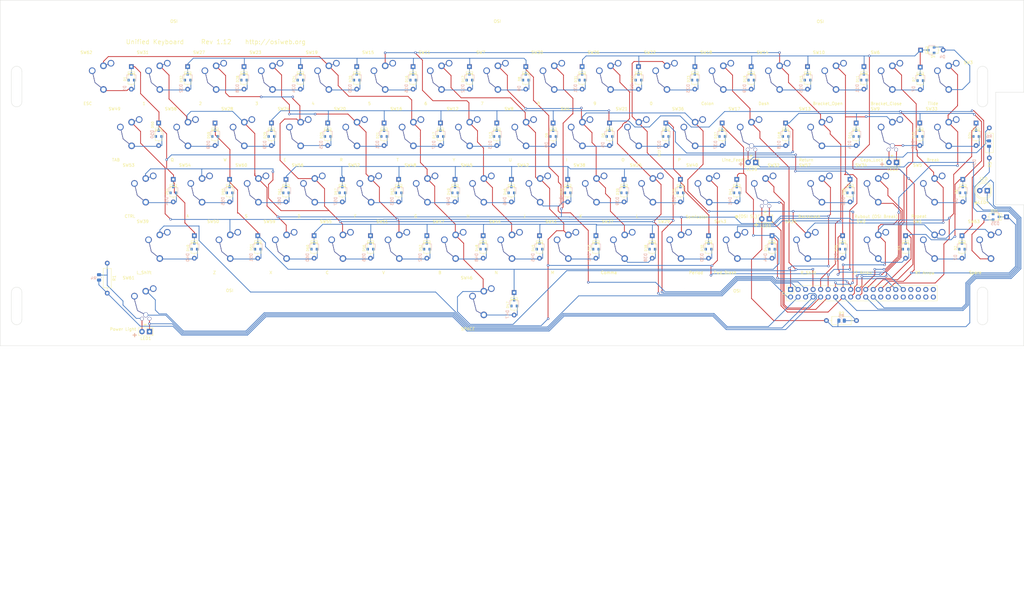
<source format=kicad_pcb>
(kicad_pcb (version 20221018) (generator pcbnew)
  (title_block (title "Classic Retro Keyboard") (date "2021-11-24") (rev "1.12") (company "OSIWeb.org"))
  (layers (0 "F.Cu" signal) (31 "B.Cu" signal) (34 "B.Paste" user) (35 "F.Paste" user) (36 "B.SilkS" user "B.Silkscreen") (37 "F.SilkS" user "F.Silkscreen") (38 "B.Mask" user) (39 "F.Mask" user) (44 "Edge.Cuts" user))
  (net 0 "")
  (net 1 "/Row3")
  (net 2 "/Row0")
  (net 3 "/Row1")
  (net 4 "Net-(D1-A)")
  (net 5 "Net-(D2-A)")
  (net 6 "Net-(D3-A)")
  (net 7 "Net-(D4-A)")
  (net 8 "Net-(D5-A)")
  (net 9 "Net-(D6-A)")
  (net 10 "Net-(D7-A)")
  (net 11 "Net-(D8-A)")
  (net 12 "Net-(D9-A)")
  (net 13 "Net-(D10-A)")
  (net 14 "Net-(D11-A)")
  (net 15 "Net-(D12-A)")
  (net 16 "Net-(D13-A)")
  (net 17 "Net-(D14-A)")
  (net 18 "Net-(D15-A)")
  (net 19 "Net-(D16-A)")
  (net 20 "Net-(D17-A)")
  (net 21 "Net-(D18-A)")
  (net 22 "Net-(D19-A)")
  (net 23 "Net-(D20-A)")
  (net 24 "Net-(D21-A)")
  (net 25 "Net-(D22-A)")
  (net 26 "Net-(D23-A)")
  (net 27 "Net-(D24-A)")
  (net 28 "Net-(D25-A)")
  (net 29 "Net-(D26-A)")
  (net 30 "Net-(D27-A)")
  (net 31 "/Row4")
  (net 32 "/Row5")
  (net 33 "/Row7")
  (net 34 "Net-(D28-A)")
  (net 35 "Net-(D29-A)")
  (net 36 "Net-(D30-A)")
  (net 37 "Net-(D31-A)")
  (net 38 "Net-(D32-A)")
  (net 39 "Net-(D34-A)")
  (net 40 "Net-(D35-A)")
  (net 41 "Net-(D36-A)")
  (net 42 "Net-(D37-A)")
  (net 43 "Net-(D38-A)")
  (net 44 "Net-(D39-A)")
  (net 45 "Net-(D40-A)")
  (net 46 "Net-(D41-A)")
  (net 47 "Net-(D42-A)")
  (net 48 "Net-(D43-A)")
  (net 49 "Net-(D44-A)")
  (net 50 "Net-(D45-A)")
  (net 51 "Net-(D46-A)")
  (net 52 "Net-(D47-A)")
  (net 53 "Net-(D48-A)")
  (net 54 "/Col0")
  (net 55 "/Col1")
  (net 56 "/Col2")
  (net 57 "/Col3")
  (net 58 "/Col4")
  (net 59 "/Col5")
  (net 60 "/Col6")
  (net 61 "/Col7")
  (net 62 "/Row6")
  (net 63 "/Row2")
  (net 64 "Net-(D49-A)")
  (net 65 "Net-(D50-A)")
  (net 66 "Net-(D51-A)")
  (net 67 "Net-(D52-A)")
  (net 68 "Net-(D53-A)")
  (net 69 "Net-(D54-A)")
  (net 70 "Net-(D55-A)")
  (net 71 "Net-(D56-A)")
  (net 72 "Net-(D57-A)")
  (net 73 "Net-(D58-A)")
  (net 74 "Net-(D59-A)")
  (net 75 "Net-(D60-A)")
  (net 76 "Net-(D61-A)")
  (net 89 "Net-(J1-Pin_24)")
  (net 90 "Net-(J1-Pin_22)")
  (net 91 "Net-(J1-Pin_20)")
  (net 92 "Net-(J1-Pin_18)")
  (net 93 "Net-(J1-Pin_16)")
  (net 94 "Net-(J1-Pin_14)")
  (net 95 "Net-(J1-Pin_12)")
  (net 96 "Net-(J1-Pin_10)")
  (net 97 "Net-(J1-Pin_8)")
  (net 98 "Net-(J1-Pin_6)")
  (net 99 "Net-(J1-Pin_4)")
  (net 100 "Net-(J1-Pin_2)")
  (net 101 "Net-(LED1-A)")
  (net 102 "Net-(LED2-A)")
  (net 103 "Net-(LED3-A)")
  (footprint "unikbd:Key_MX" (layer "F.Cu") (at 354.32238 108.84916)
    (fp_text reference "SW33")
    (fp_text value "Break")
  )
  (footprint "unikbd:Key_MX" (layer "F.Cu") (at 349.55988 146.94916)
    (fp_text reference "SW1")
    (fp_text value "RT Arrow")
  )
  (footprint "unikbd:Key_MX" (layer "F.Cu") (at 354.32238 89.79916)
    (fp_text reference "SW3")
    (fp_text value "Tilde")
  )
  (footprint "unikbd:Key_MX" (layer "F.Cu") (at 201.92238 89.79916)
    (fp_text reference "SW7")
    (fp_text value "7")
  )
  (footprint "unikbd:Key_MX" (layer "F.Cu") (at 182.87238 89.79916)
    (fp_text reference "SW11")
    (fp_text value "6")
  )
  (footprint "unikbd:Key_MX" (layer "F.Cu") (at 297.17238 89.79916)
    (fp_text reference "SW14")
    (fp_text value "Dash")
  )
  (footprint "unikbd:Key_MX" (layer "F.Cu") (at 163.82238 89.79916)
    (fp_text reference "SW15")
    (fp_text value "5")
  )
  (footprint "unikbd:Key_MX" (layer "F.Cu") (at 278.12238 89.79916)
    (fp_text reference "SW18")
    (fp_text value "Colon")
  )
  (footprint "unikbd:Key_MX" (layer "F.Cu") (at 144.77238 89.79916)
    (fp_text reference "SW19")
    (fp_text value "4")
  )
  (footprint "unikbd:Key_MX" (layer "F.Cu") (at 249.54738 108.84916)
    (fp_text reference "SW21")
    (fp_text value "O")
  )
  (footprint "unikbd:Key_MX" (layer "F.Cu") (at 125.72238 89.79916)
    (fp_text reference "SW23")
    (fp_text value "3")
  )
  (footprint "unikbd:Key_MX" (layer "F.Cu") (at 240.02238 89.79916)
    (fp_text reference "SW26")
    (fp_text value "9")
  )
  (footprint "unikbd:Key_MX" (layer "F.Cu") (at 106.67238 89.79916)
    (fp_text reference "SW27")
    (fp_text value "2")
  )
  (footprint "unikbd:Key_MX" (layer "F.Cu") (at 220.97238 89.79916)
    (fp_text reference "SW30")
    (fp_text value "8")
  )
  (footprint "unikbd:Key_MX" (layer "F.Cu") (at 87.62238 89.79916)
    (fp_text reference "SW31")
    (fp_text value "1")
  )
  (footprint "unikbd:Key_MX" (layer "F.Cu") (at 349.55988 127.89916)
    (fp_text reference "SW5")
    (fp_text value "Repeat")
  )
  (footprint "unikbd:Key_MX" (layer "F.Cu") (at 330.50988 146.94916)
    (fp_text reference "SW2")
    (fp_text value "LT Arrow")
  )
  (footprint "unikbd:Key_MX" (layer "F.Cu") (at 230.49738 108.84916)
    (fp_text reference "SW4")
    (fp_text value "I")
  )
  (footprint "unikbd:Key_MX" (layer "F.Cu") (at 173.34738 108.84916)
    (fp_text reference "SW16")
    (fp_text value "T")
  )
  (footprint "unikbd:Key_MX" (layer "F.Cu") (at 211.44738 108.84916)
    (fp_text reference "SW8")
    (fp_text value "U")
  )
  (footprint "unikbd:Key_MX" (layer "F.Cu") (at 192.39738 108.84916)
    (fp_text reference "SW12")
    (fp_text value "Y")
  )
  (footprint "unikbd:Key_MX" (layer "F.Cu") (at 154.29738 108.84916)
    (fp_text reference "SW20")
    (fp_text value "R")
  )
  (footprint "unikbd:Key_MX" (layer "F.Cu") (at 135.24738 108.84916)
    (fp_text reference "SW24")
    (fp_text value "E")
  )
  (footprint "unikbd:Key_MX" (layer "F.Cu") (at 116.19738 108.84916)
    (fp_text reference "SW28")
    (fp_text value "W")
  )
  (footprint "unikbd:Key_MX" (layer "F.Cu") (at 78.09738 108.84916)
    (fp_text reference "SW49")
    (fp_text value "TAB")
  )
  (footprint "unikbd:Key_MX" (layer "F.Cu") (at 268.59738 108.84916)
    (fp_text reference "SW36")
    (fp_text value "P")
  )
  (footprint "unikbd:Key_MX" (layer "F.Cu") (at 101.90988 127.89916)
    (fp_text reference "SW54")
    (fp_text value "A")
  )
  (footprint "unikbd:Key_MX" (layer "F.Cu") (at 140.00988 127.89916)
    (fp_text reference "SW56")
    (fp_text value "D")
  )
  (footprint "unikbd:Key_MX" (layer "F.Cu") (at 120.95988 127.89916)
    (fp_text reference "SW60")
    (fp_text value "S")
  )
  (footprint "unikbd:Key_MX" (layer "F.Cu") (at 254.30988 127.89916)
    (fp_text reference "SW25")
    (fp_text value "L")
  )
  (footprint "unikbd:Key_MX" (layer "F.Cu") (at 82.85988 127.89916)
    (fp_text reference "SW53")
    (fp_text value "CTRL")
  )
  (footprint "unikbd:Key_MX" (layer "F.Cu") (at 273.35988 127.89916)
    (fp_text reference "SW40")
    (fp_text value "Semicolon")
  )
  (footprint "unikbd:Key_MX" (layer "F.Cu") (at 235.25988 127.89916)
    (fp_text reference "SW38")
    (fp_text value "K")
  )
  (footprint "unikbd:Key_MX" (layer "F.Cu") (at 159.05988 127.89916)
    (fp_text reference "SW52")
    (fp_text value "F")
  )
  (footprint "unikbd:Key_MX" (layer "F.Cu") (at 178.10988 127.89916)
    (fp_text reference "SW48")
    (fp_text value "G")
  )
  (footprint "unikbd:Key_MX" (layer "F.Cu") (at 216.20988 127.89916)
    (fp_text reference "SW42")
    (fp_text value "J")
  )
  (footprint "unikbd:Key_MX" (layer "F.Cu") (at 197.15988 127.89916)
    (fp_text reference "SW45")
    (fp_text value "H")
  )
  (footprint "unikbd:Key_MX" (layer "F.Cu") (at 149.53488 146.94916)
    (fp_text reference "SW55")
    (fp_text value "C")
  )
  (footprint "unikbd:Key_MX" (layer "F.Cu") (at 130.48488 146.94916)
    (fp_text reference "SW59")
    (fp_text value "X")
  )
  (footprint "unikbd:Key_MX" (layer "F.Cu") (at 187.63488 146.94916)
    (fp_text reference "SW47")
    (fp_text value "B")
  )
  (footprint "unikbd:Key_MX" (layer "F.Cu") (at 87.62238 146.94916)
    (fp_text reference "SW39")
    (fp_text value "L_Shift")
  )
  (footprint "unikbd:Key_MX" (layer "F.Cu") (at 244.78488 146.94916)
    (fp_text reference "SW37")
    (fp_text value "Comma")
  )
  (footprint "unikbd:Key_MX" (layer "F.Cu") (at 206.68488 146.94916)
    (fp_text reference "SW44")
    (fp_text value "N")
  )
  (footprint "unikbd:Key_MX" (layer "F.Cu") (at 111.43488 146.94916)
    (fp_text reference "SW50")
    (fp_text value "Z")
  )
  (footprint "unikbd:Key_MX" (layer "F.Cu") (at 225.73488 146.94916)
    (fp_text reference "SW41")
    (fp_text value "M")
  )
  (footprint "unikbd:Key_MX" (layer "F.Cu") (at 168.58488 146.94916)
    (fp_text reference "SW51")
    (fp_text value "V")
  )
  (footprint "unikbd:Key_MX" (layer "F.Cu") (at 306.69738 146.94916)
    (fp_text reference "SW35")
    (fp_text value "R_Shift")
  )
  (footprint "unikbd:Key_MX" (layer "F.Cu") (at 316.22238 89.79916)
    (fp_text reference "SW10")
    (fp_text value "Bracket_Open")
  )
  (footprint "unikbd:Key_MX" (layer "F.Cu") (at 335.27238 89.79916)
    (fp_text reference "SW6")
    (fp_text value "Bracket_Close")
  )
  (footprint "unikbd:Key_MX" (layer "F.Cu") (at 311.45988 108.84916)
    (fp_text reference "SW13")
    (fp_text value "Return")
  )
  (footprint "unikbd:Key_MX" (layer "F.Cu") (at 259.07238 89.79916)
    (fp_text reference "SW22")
    (fp_text value "0")
  )
  (footprint "unikbd:Key_MX" (layer "F.Cu") (at 311.45988 127.89916)
    (fp_text reference "SW57")
    (fp_text value "Backslash")
  )
  (footprint "unikbd:Key_MX" (layer "F.Cu") (at 263.83488 146.94916)
    (fp_text reference "SW29")
    (fp_text value "Period")
  )
  (footprint "MountingHole:MountingHole_3.5mm" (layer "F.Cu") (at 67.31 77.47)
    (fp_text reference "REF**" hide)
    (fp_text value "MountingHole_3.5mm" hide)
  )
  (footprint "MountingHole:MountingHole_3.5mm" (layer "F.Cu") (at 67.31 171.45)
    (fp_text reference "REF**" hide)
    (fp_text value "MountingHole_3.5mm" hide)
  )
  (footprint "unikbd:Key_MX_LED" (layer "F.Cu") (at 335.27238 108.84916)
    (fp_text reference "SW9")
    (fp_text value "Caps_Lock")
  )
  (footprint "unikbd:Key_MX" (layer "F.Cu") (at 330.50988 127.89916)
    (fp_text reference "SW34")
    (fp_text value "Rubout (OSI Break)")
  )
  (footprint "unikbd:Key_MX" (layer "F.Cu") (at 97.14738 108.84916)
    (fp_text reference "SW58")
    (fp_text value "Q")
  )
  (footprint "unikbd:Key_MX" (layer "F.Cu") (at 68.57238 89.79916)
    (fp_text reference "SW62")
    (fp_text value "ESC")
  )
  (footprint "unikbd:Key_MX" (layer "F.Cu") (at 368.60988 146.94916)
    (fp_text reference "SW63")
    (fp_text value "Spare")
  )
  (footprint "Resistor_THT:R_Axial_DIN0207_L6.3mm_D2.5mm_P10.16mm_Horizontal" (layer "F.Cu") (at 69.85 152.4 -90)
    (fp_text reference "R1")
    (fp_text value "470")
  )
  (footprint "Resistor_THT:R_Axial_DIN0207_L6.3mm_D2.5mm_P10.16mm_Horizontal" (layer "F.Cu") (at 368.046 116.84 90)
    (fp_text reference "R3")
    (fp_text value "470")
  )
  (footprint "unikbd:Key_MX_Spacebar_5.25" (layer "F.Cu") (at 197.15988 165.99916)
    (fp_text reference "SW46")
    (fp_text value "SPACE")
  )
  (footprint "unikbd:OSI mounting holes" (layer "F.Cu") (at 197.15988 165.99916)
    (fp_text reference "REF**" hide)
    (fp_text value "OSI mounting holes")
  )
  (footprint "LED_THT:LED_D2.0mm_W4.8mm_H2.5mm_FlatTop" (layer "F.Cu") (at 84.14258 175.54194 180)
    (fp_text reference "LED1")
    (fp_text value "LED")
  )
  (footprint "unikbd:Key_MX_LED" (layer "F.Cu") (at 82.85988 165.99916)
    (fp_text reference "SW61")
    (fp_text value "Power Light")
  )
  (footprint "LED_THT:LED_D2.0mm_W4.8mm_H2.5mm_FlatTop" (layer "F.Cu") (at 293.67988 137.43432 180)
    (fp_text reference "LED3")
    (fp_text value "LED")
  )
  (footprint "unikbd:Key_MX_LED" (layer "F.Cu") (at 287.64738 108.84916)
    (fp_text reference "SW17")
    (fp_text value "Line_Feed")
  )
  (footprint "LED_THT:LED_D2.0mm_W4.8mm_H2.5mm_FlatTop" (layer "F.Cu") (at 289.052 118.35892 180)
    (fp_text reference "LED5")
    (fp_text value "LED")
  )
  (footprint "unikbd:Key_MX" (layer "F.Cu") (at 282.88488 146.94916)
    (fp_text reference "SW43")
    (fp_text value "Fwd_Slash")
  )
  (footprint "unikbd:Key_MX_LED" (layer "F.Cu") (at 292.40988 127.89916)
    (fp_text reference "SW32")
    (fp_text value "@(OSI SL)")
  )
  (footprint "unikbd:kbd_header_and_mounting_holes" (layer "F.Cu") (at 301.0408 163.87826 90)
    (fp_text reference "J1")
    (fp_text value "Controller")
  )
  (footprint "Resistor_THT:R_Axial_DIN0207_L6.3mm_D2.5mm_P10.16mm_Horizontal" (layer "F.Cu") (at 312.98388 171.8183)
    (fp_text reference "R2")
    (fp_text value "470")
  )
  (footprint "LED_THT:LED_D5.0mm" (layer "F.Cu") (at 367.3602 127.889 180)
    (fp_text reference "LED4")
    (fp_text value "LED")
  )
  (footprint "LED_THT:LED_D2.0mm_W4.8mm_H2.5mm_FlatTop" (layer "F.Cu") (at 336.677 118.35892 180)
    (fp_text reference "LED2")
    (fp_text value "LED")
  )
  (footprint "MountingHole:MountingHole_3.5mm" (layer "F.Cu") (at 143.51 77.47)
    (fp_text reference "REF**" hide)
    (fp_text value "MountingHole_3.5mm" hide)
  )
  (footprint "MountingHole:MountingHole_3.5mm" (layer "F.Cu") (at 290.83 77.47)
    (fp_text reference "REF**" hide)
    (fp_text value "MountingHole_3.5mm" hide)
  )
  (footprint "MountingHole:MountingHole_3.5mm" (layer "F.Cu") (at 102.6795 171.45)
    (fp_text reference "REF**" hide)
    (fp_text value "MountingHole_3.5mm" hide)
  )
  (footprint "MountingHole:MountingHole_3.5mm" (layer "F.Cu") (at 217.17 77.47)
    (fp_text reference "REF**" hide)
    (fp_text value "MountingHole_3.5mm" hide)
  )
  (footprint "MountingHole:MountingHole_3.5mm" (layer "F.Cu") (at 364.49 77.47)
    (fp_text reference "REF**" hide)
    (fp_text value "MountingHole_3.5mm" hide)
  )
  (footprint "unikbd:diode-combined" (layer "B.Cu") (at 363.58322 108.58246 -90)
    (fp_text reference "D34")
    (fp_text value "1N4148" hide)
  )
  (footprint "unikbd:diode-combined" (layer "B.Cu") (at 207.40878 165.88486 -90)
    (fp_text reference "D47")
    (fp_text value "1N4148")
  )
  (footprint "unikbd:diode-combined" (layer "B.Cu") (at 320.9798 127.63246 -90)
    (fp_text reference "D58")
    (fp_text value "1N4148")
  )
  (footprint "unikbd:diode-combined" (layer "B.Cu") (at 211.34578 89.53246 -90)
    (fp_text reference "D8")
    (fp_text value "1N4148")
  )
  (footprint "unikbd:diode-combined" (layer "B.Cu") (at 325.64578 89.53246 -90)
    (fp_text reference "D11")
    (fp_text value "1N4148")
  )
  (footprint "unikbd:diode-combined" (layer "B.Cu") (at 192.29578 89.53246 -90)
    (fp_text reference "D12")
    (fp_text value "1N4148")
  )
  (footprint "unikbd:diode-combined" (layer "B.Cu") (at 306.59578 89.53246 -90)
    (fp_text reference "D15")
    (fp_text value "1N4148")
  )
  (footprint "unikbd:diode-combined" (layer "B.Cu") (at 173.24578 89.53246 -90)
    (fp_text reference "D16")
    (fp_text value "1N4148")
  )
  (footprint "unikbd:diode-combined" (layer "B.Cu") (at 287.54578 89.53246 -90)
    (fp_text reference "D19")
    (fp_text value "1N4148")
  )
  (footprint "unikbd:diode-combined" (layer "B.Cu") (at 154.19578 89.53246 -90)
    (fp_text reference "D20")
    (fp_text value "1N4148")
  )
  (footprint "unikbd:diode-combined" (layer "B.Cu") (at 135.14578 89.53246 -90)
    (fp_text reference "D24")
    (fp_text value "1N4148")
  )
  (footprint "unikbd:diode-combined" (layer "B.Cu") (at 249.44578 89.53246 -90)
    (fp_text reference "D27")
    (fp_text value "1N4148")
  )
  (footprint "unikbd:diode-combined" (layer "B.Cu") (at 116.09578 89.53246 -90)
    (fp_text reference "D28")
    (fp_text value "1N4148")
  )
  (footprint "unikbd:diode-combined" (layer "B.Cu") (at 230.39578 89.53246 -90)
    (fp_text reference "D31")
    (fp_text value "1N4148")
  )
  (footprint "unikbd:diode-combined" (layer "B.Cu") (at 97.04578 89.53246 -90)
    (fp_text reference "D32")
    (fp_text value "1N4148")
  )
  (footprint "unikbd:diode-combined" (layer "B.Cu") (at 323.04228 108.58246 -90)
    (fp_text reference "D14")
    (fp_text value "1N4148")
  )
  (footprint "unikbd:diode-combined" (layer "B.Cu") (at 359.0798 127.63246 -90)
    (fp_text reference "D6")
    (fp_text value "1N4148" hide)
  )
  (footprint "unikbd:diode-combined" (layer "B.Cu") (at 277.74138 108.58246 -90)
    (fp_text reference "D37")
    (fp_text value "1N4148")
  )
  (footprint "unikbd:diode-combined" (layer "B.Cu") (at 87.24138 108.58246 -90)
    (fp_text reference "D50")
    (fp_text value "1N4148")
  )
  (footprint "unikbd:diode-combined" (layer "B.Cu") (at 220.59138 108.58246 -90)
    (fp_text reference "D9")
    (fp_text value "1N4148")
  )
  (footprint "unikbd:diode-combined" (layer "B.Cu") (at 268.49578 89.53246 -90)
    (fp_text reference "D23")
    (fp_text value "1N4148")
  )
  (footprint "unikbd:diode-combined" (layer "B.Cu") (at 125.34138 108.58246 -90)
    (fp_text reference "D29")
    (fp_text value "1N4148")
  )
  (footprint "unikbd:diode-combined" (layer "B.Cu") (at 106.29138 108.58246 -90)
    (fp_text reference "D59")
    (fp_text value "1N4148")
  )
  (footprint "unikbd:diode-combined" (layer "B.Cu") (at 182.49138 108.58246 -90)
    (fp_text reference "D17")
    (fp_text value "1N4148")
  )
  (footprint "unikbd:diode-combined" (layer "B.Cu") (at 144.39138 108.58246 -90)
    (fp_text reference "D25")
    (fp_text value "1N4148")
  )
  (footprint "unikbd:diode-combined" (layer "B.Cu") (at 163.44138 108.58246 -90)
    (fp_text reference "D21")
    (fp_text value "1N4148")
  )
  (footprint "unikbd:diode-combined" (layer "B.Cu") (at 201.54138 108.58246 -90)
    (fp_text reference "D13")
    (fp_text value "1N4148")
  )
  (footprint "unikbd:diode-combined" (layer "B.Cu") (at 239.64138 108.58246 -90)
    (fp_text reference "D5")
    (fp_text value "1N4148")
  )
  (footprint "unikbd:diode-combined" (layer "B.Cu") (at 244.56898 127.63246 -90)
    (fp_text reference "D39")
    (fp_text value "1N4148")
  )
  (footprint "unikbd:diode-combined" (layer "B.Cu") (at 225.51898 127.63246 -90)
    (fp_text reference "D43")
    (fp_text value "1N4148")
  )
  (footprint "unikbd:diode-combined" (layer "B.Cu") (at 149.31898 127.63246 -90)
    (fp_text reference "D57")
    (fp_text value "1N4148")
  )
  (footprint "unikbd:diode-combined" (layer "B.Cu") (at 111.21898 127.63246 -90)
    (fp_text reference "D55")
    (fp_text value "1N4148")
  )
  (footprint "unikbd:diode-combined" (layer "B.Cu") (at 168.36898 127.63246 -90)
    (fp_text reference "D53")
    (fp_text value "1N4148")
  )
  (footprint "unikbd:diode-combined" (layer "B.Cu") (at 92.16898 127.63246 -90)
    (fp_text reference "D54")
    (fp_text value "1N4148")
  )
  (footprint "unikbd:diode-combined" (layer "B.Cu") (at 187.41898 127.63246 -90)
    (fp_text reference "D49")
    (fp_text value "1N4148")
  )
  (footprint "unikbd:diode-combined" (layer "B.Cu") (at 206.46898 127.63246 -90)
    (fp_text reference "D46")
    (fp_text value "1N4148")
  )
  (footprint "unikbd:diode-combined" (layer "B.Cu") (at 130.26898 127.63246 -90)
    (fp_text reference "D61")
    (fp_text value "1N4148")
  )
  (footprint "unikbd:diode-combined" (layer "B.Cu") (at 263.61898 127.63246 -90)
    (fp_text reference "D26")
    (fp_text value "1N4148")
  )
  (footprint "unikbd:diode-combined" (layer "B.Cu") (at 344.69578 89.7001 -90)
    (fp_text reference "D7")
    (fp_text value "1N4148")
  )
  (footprint "unikbd:diode-combined" (layer "B.Cu") (at 344.53322 108.58246 -90)
    (fp_text reference "D10")
    (fp_text value "1N4148")
  )
  (footprint "unikbd:diode-combined" (layer "B.Cu") (at 258.69138 108.58246 -90)
    (fp_text reference "D22")
    (fp_text value "1N4148")
  )
  (footprint "unikbd:diode-combined" (layer "B.Cu") (at 77.99578 89.53246 -90)
    (fp_text reference "D1")
    (fp_text value "1N4148")
  )
  (footprint "unikbd:diode-combined" (layer "B.Cu") (at 370.3193 136.7536 180)
    (fp_text reference "D35")
    (fp_text value "1N4148" hide)
  )
  (footprint "unikbd:diode-combined" (layer "B.Cu") (at 299.19168 108.58246 -90)
    (fp_text reference "D18")
    (fp_text value "1N4148")
  )
  (footprint "Resistor_SMD:R_0805_2012Metric" (layer "B.Cu") (at 67.0814 157.226 -90)
    (fp_text reference "R4")
    (fp_text value "470" hide)
  )
  (footprint "Resistor_SMD:R_0805_2012Metric" (layer "B.Cu") (at 318.1096 171.8564)
    (fp_text reference "R5")
    (fp_text value "470" hide)
  )
  (footprint "Resistor_SMD:R_0805_2012Metric" (layer "B.Cu") (at 367.9444 111.9886 90)
    (fp_text reference "R6")
    (fp_text value "470" hide)
  )
  (footprint "unikbd:diode-combined" (layer "B.Cu") (at 318.44488 146.68246 -90)
    (fp_text reference "D36")
    (fp_text value "1N4148")
  )
  (footprint "unikbd:diode-combined" (layer "B.Cu") (at 273.14398 146.68246 -90)
    (fp_text reference "D30")
    (fp_text value "1N4148")
  )
  (footprint "unikbd:diode-combined" (layer "B.Cu") (at 254.09398 146.68246 -90)
    (fp_text reference "D38")
    (fp_text value "1N4148")
  )
  (footprint "unikbd:diode-combined" (layer "B.Cu") (at 99.29368 146.68246 -90)
    (fp_text reference "D40")
    (fp_text value "1N4148")
  )
  (footprint "unikbd:diode-combined" (layer "B.Cu") (at 294.59428 146.68246 -90)
    (fp_text reference "D44")
    (fp_text value "1N4148")
  )
  (footprint "unikbd:diode-combined" (layer "B.Cu") (at 235.04398 146.68246 -90)
    (fp_text reference "D42")
    (fp_text value "1N4148")
  )
  (footprint "unikbd:diode-combined" (layer "B.Cu") (at 215.99398 146.68246 -90)
    (fp_text reference "D45")
    (fp_text value "1N4148")
  )
  (footprint "unikbd:diode-combined" (layer "B.Cu") (at 196.94398 146.68246 -90)
    (fp_text reference "D48")
    (fp_text value "1N4148")
  )
  (footprint "unikbd:diode-combined" (layer "B.Cu") (at 120.74398 146.68246 -90)
    (fp_text reference "D51")
    (fp_text value "1N4148")
  )
  (footprint "unikbd:diode-combined" (layer "B.Cu") (at 177.89398 146.68246 -90)
    (fp_text reference "D52")
    (fp_text value "1N4148")
  )
  (footprint "unikbd:diode-combined" (layer "B.Cu") (at 158.84398 146.68246 -90)
    (fp_text reference "D56")
    (fp_text value "1N4148")
  )
  (footprint "unikbd:diode-combined" (layer "B.Cu") (at 139.79398 146.68246 -90)
    (fp_text reference "D60")
    (fp_text value "1N4148")
  )
  (footprint "unikbd:diode-combined" (layer "B.Cu") (at 358.806513 146.68246 -90)
    (fp_text reference "D2")
    (fp_text value "1N4148")
  )
  (footprint "unikbd:diode-combined" (layer "B.Cu") (at 339.756513 146.68246 -90)
    (fp_text reference "D3")
    (fp_text value "1N4148")
  )
  (footprint "unikbd:diode-combined" (layer "B.Cu") (at 282.66898 127.63246 -90)
    (fp_text reference "D41")
    (fp_text value "1N4148")
  )
  (footprint "unikbd:diode-combined" (layer "B.Cu") (at 348.3864 80.391)
    (fp_text reference "D4")
    (fp_text value "1N4148" hide)
  )
  (gr_line (start 379.73 63.5) (end 33.64738 63.5) (stroke (width 0.1)) (layer "Edge.Cuts"))
  (gr_line (start 33.64738 180.34) (end 379.73 180.34) (stroke (width 0.1)) (layer "Edge.Cuts"))
  (gr_line (start 379.73 63.5) (end 379.73 94.615) (stroke (width 0.1016)) (layer "Edge.Cuts"))
  (gr_line (start 370.21738 94.615) (end 370.21738 132.715) (stroke (width 0.1016)) (layer "Edge.Cuts"))
  (gr_line (start 370.21738 94.615) (end 379.73 94.615) (stroke (width 0.1016)) (layer "Edge.Cuts"))
  (gr_line (start 379.73 132.715) (end 379.73 180.34) (stroke (width 0.1016)) (layer "Edge.Cuts"))
  (gr_arc (start 41.01338 97.79) (mid 39.23538 99.568) (end 37.45738 97.79) (stroke (width 0.1016)) (layer "Edge.Cuts"))
  (gr_arc (start 37.45738 87.63) (mid 39.23538 85.852) (end 41.01338 87.63) (stroke (width 0.1016)) (layer "Edge.Cuts"))
  (gr_line (start 37.45738 97.79) (end 37.45738 87.63) (stroke (width 0.1016)) (layer "Edge.Cuts"))
  (gr_arc (start 37.45738 162.306) (mid 39.23538 160.528) (end 41.01338 162.306) (stroke (width 0.1016)) (layer "Edge.Cuts"))
  (gr_line (start 41.01338 171.45) (end 41.01338 162.306) (stroke (width 0.1016)) (layer "Edge.Cuts"))
  (gr_line (start 37.45738 171.45) (end 37.45738 162.306) (stroke (width 0.1016)) (layer "Edge.Cuts"))
  (gr_arc (start 41.01338 171.45) (mid 39.23538 173.228) (end 37.45738 171.45) (stroke (width 0.1016)) (layer "Edge.Cuts"))
  (gr_line (start 367.538 87.63) (end 367.538 97.79) (stroke (width 0.1016)) (layer "Edge.Cuts"))
  (gr_line (start 363.982 87.63) (end 363.982 97.79) (stroke (width 0.1016)) (layer "Edge.Cuts"))
  (gr_arc (start 367.538 97.79) (mid 365.76 99.568) (end 363.982 97.79) (stroke (width 0.1016)) (layer "Edge.Cuts"))
  (gr_arc (start 363.982 87.63) (mid 365.76 85.852) (end 367.538 87.63) (stroke (width 0.1016)) (layer "Edge.Cuts"))
  (gr_line (start 367.538 171.45) (end 367.538 162.306) (stroke (width 0.1016)) (layer "Edge.Cuts"))
  (gr_arc (start 363.982 162.306) (mid 365.76 160.528) (end 367.538 162.306) (stroke (width 0.1016)) (layer "Edge.Cuts"))
  (gr_arc (start 367.538 171.45) (mid 365.76 173.228) (end 363.982 171.45) (stroke (width 0.1016)) (layer "Edge.Cuts"))
  (gr_line (start 363.982 171.45) (end 363.982 162.306) (stroke (width 0.1016)) (layer "Edge.Cuts"))
  (gr_line (start 41.01338 97.79) (end 41.01338 87.63) (stroke (width 0.1016)) (layer "Edge.Cuts"))
  (gr_line (start 370.21738 132.715) (end 379.73 132.715) (stroke (width 0.1016)) (layer "Edge.Cuts"))
  (gr_line (start 33.64738 63.5) (end 33.64738 180.34) (stroke (width 0.1016)) (layer "Edge.Cuts"))
  (gr_text "+" (at 331.81 118.87) (layer "B.SilkS") (effects (font (size 1.5 1.5) (thickness 0.3)) (justify mirror)))
  (gr_text "+" (at 284.051 118.8016) (layer "B.SilkS") (effects (font (size 1.5 1.5) (thickness 0.3)) (justify mirror)))
  (gr_text "+" (at 79.131 176.6316) (layer "B.SilkS") (effects (font (size 1.5 1.5) (thickness 0.3)) (justify mirror)))
  (gr_text "+" (at 289.2552 139.319) (layer "F.SilkS") (effects (font (size 1.5 1.5) (thickness 0.3)) (justify mirror)))
  (gr_text "Unified Keyboard     Rev 1.12    http://osiweb.org" (at 106.553 77.597) (layer "F.SilkS") (effects (font (size 1.524 1.524) (thickness 0.1778))))
  (gr_text "+" (at 363.601 131.9276) (layer "F.SilkS") (effects (font (size 1.5 1.5) (thickness 0.3)) (justify mirror)))
  (gr_text "+" (at 284.0736 118.7958) (layer "F.SilkS") (effects (font (size 1.5 1.5) (thickness 0.3)) (justify mirror)))
  (gr_text "+" (at 79.121 176.6316) (layer "F.SilkS") (effects (font (size 1.5 1.5) (thickness 0.3)) (justify mirror)))
  (gr_text "+" (at 331.8002 118.872) (layer "F.SilkS") (effects (font (size 1.5 1.5) (thickness 0.3)) (justify mirror)))
  (segment (start 339.05698 158.55442) (end 341.63 155.9814) (width 0.254) (layer "F.Cu") (net 1))
  (segment (start 341.63 155.702) (end 342.671399 154.660601) (width 0.254) (layer "F.Cu") (net 1))
  (segment (start 334.10144 158.55442) (end 339.05698 158.55442) (width 0.254) (layer "F.Cu") (net 1))
  (segment (start 341.63 155.9814) (end 341.63 155.702) (width 0.254) (layer "F.Cu") (net 1))
  (segment (start 340.83941 123.825) (end 342.671399 125.656989) (width 0.254) (layer "F.Cu") (net 1))
  (segment (start 331.343 161.31286) (end 334.10144 158.55442) (width 0.254) (layer "F.Cu") (net 1))
  (segment (start 342.671399 125.656989) (end 342.671399 154.660601) (width 0.254) (layer "F.Cu") (net 1))
  (via (at 340.83941 123.825) (size 0.8128) (drill 0.4064) (layers "F.Cu" "B.Cu") (net 1))
  (via (at 341.63 155.702) (size 0.8128) (drill 0.4064) (layers "F.Cu" "B.Cu") (net 1))
  (segment (start 149.42058 124.08916) (end 149.42058 123.03516) (width 0.254) (layer "B.Cu") (net 1))
  (segment (start 149.1615 119.73052) (end 168.48582 119.73052) (width 0.254) (layer "B.Cu") (net 1))
  (segment (start 225.62058 123.03516) (end 225.58756 123.00214) (width 0.254) (layer "B.Cu") (net 1))
  (segment (start 341.63 155.702) (end 374.712066 155.702) (width 0.254) (layer "B.Cu") (net 1))
  (segment (start 225.62058 124.08916) (end 225.62058 123.03516) (width 0.254) (layer "B.Cu") (net 1))
  (segment (start 226.38512 120.52808) (end 244.69344 120.52808) (width 0.254) (layer "B.Cu") (net 1))
  (segment (start 376.897956 153.51611) (end 376.897956 139.368642) (width 0.254) (layer "B.Cu") (net 1))
  (segment (start 168.47058 123.03516) (end 168.48582 123.01992) (width 0.254) (layer "B.Cu") (net 1))
  (segment (start 374.712066 155.702) (end 376.897956 153.51611) (width 0.254) (layer "B.Cu") (net 1))
  (segment (start 130.37058 123.03516) (end 133.67522 119.73052) (width 0.254) (layer "B.Cu") (net 1))
  (segment (start 244.69344 120.52808) (end 244.69344 124.0663) (width 0.254) (layer "B.Cu") (net 1))
  (segment (start 149.42058 123.03516) (end 149.1615 122.77608) (width 0.254) (layer "B.Cu") (net 1))
  (segment (start 376.897956 139.368642) (end 374.232114 136.7028) (width 0.254) (layer "B.Cu") (net 1))
  (segment (start 168.48582 119.73052) (end 187.59424 119.73052) (width 0.254) (layer "B.Cu") (net 1))
  (segment (start 225.58756 123.00214) (end 225.58756 119.73052) (width 0.254) (layer "B.Cu") (net 1))
  (segment (start 244.69344 120.52808) (end 337.54249 120.52808) (width 0.254) (layer "B.Cu") (net 1))
  (segment (start 149.1615 122.77608) (end 149.1615 119.73052) (width 0.254) (layer "B.Cu") (net 1))
  (segment (start 187.59424 119.73052) (end 206.51724 119.73052) (width 0.254) (layer "B.Cu") (net 1))
  (segment (start 206.51724 119.73052) (end 225.58756 119.73052) (width 0.254) (layer "B.Cu") (net 1))
  (segment (start 168.47058 124.08916) (end 168.47058 123.03516) (width 0.254) (layer "B.Cu") (net 1))
  (segment (start 206.51724 119.73052) (end 206.57058 119.78386) (width 0.254) (layer "B.Cu") (net 1))
  (segment (start 130.37058 124.08916) (end 130.37058 123.03516) (width 0.254) (layer "B.Cu") (net 1))
  (segment (start 168.48582 123.01992) (end 168.48582 119.73052) (width 0.254) (layer "B.Cu") (net 1))
  (segment (start 187.59424 119.73052) (end 187.52058 119.80418) (width 0.254) (layer "B.Cu") (net 1))
  (segment (start 337.54249 120.52808) (end 340.83941 123.825) (width 0.254) (layer "B.Cu") (net 1))
  (segment (start 133.67522 119.73052) (end 149.1615 119.73052) (width 0.254) (layer "B.Cu") (net 1))
  (segment (start 225.58756 119.73052) (end 226.38512 120.52808) (width 0.254) (layer "B.Cu") (net 1))
  (segment (start 187.52058 119.80418) (end 187.52058 124.08916) (width 0.254) (layer "B.Cu") (net 1))
  (segment (start 206.57058 119.78386) (end 206.57058 124.08916) (width 0.254) (layer "B.Cu") (net 1))
  (segment (start 81.1276 95.0976) (end 87.34298 101.31298) (width 0.254) (layer "F.Cu") (net 2))
  (segment (start 318.54648 143.13916) (end 317.49248 143.13916) (width 0.254) (layer "F.Cu") (net 2))
  (segment (start 318.47028 142.00896) (end 318.47028 127.75428) (width 0.254) (layer "F.Cu") (net 2))
  (segment (start 96.08312 132.0419) (end 96.08312 138.80846) (width 0.254) (layer "F.Cu") (net 2))
  (segment (start 96.08312 138.80846) (end 96.11858 138.80846) (width 0.254) (layer "F.Cu") (net 2))
  (segment (start 302.5902 115.798598) (end 302.5902 121.2088) (width 0.254) (layer "F.Cu") (net 2))
  (segment (start 92.27058 122.64898) (end 92.27058 124.08916) (width 0.254) (layer "F.Cu") (net 2))
  (segment (start 89.93886 108.68904) (end 89.93886 120.31726) (width 0.254) (layer "F.Cu") (net 2))
  (segment (start 99.39528 142.08516) (end 99.39528 143.13916) (width 0.254) (layer "F.Cu") (net 2))
  (segment (start 79.15138 85.98916) (end 81.1276 87.96538) (width 0.254) (layer "F.Cu") (net 2))
  (segment (start 302.5902 121.2088) (end 302.4886 121.3104) (width 0.254) (layer "F.Cu") (net 2))
  (segment (start 87.34298 101.31298) (end 87.34298 105.03916) (width 0.254) (layer "F.Cu") (net 2))
  (segment (start 318.47028 127.75428) (end 321.0814 125.14316) (width 0.254) (layer "F.Cu") (net 2))
  (segment (start 92.5322 128.49098) (end 96.08312 132.0419) (width 0.254) (layer "F.Cu") (net 2))
  (segment (start 92.27058 125.14316) (end 92.5322 125.40478) (width 0.254) (layer "F.Cu") (net 2))
  (segment (start 317.49248 143.13916) (end 316.896034 143.735606) (width 0.254) (layer "F.Cu") (net 2))
  (segment (start 318.54648 142.08516) (end 318.47028 142.00896) (width 0.254) (layer "F.Cu") (net 2))
  (segment (start 317.302433 155.834635) (end 316.896034 156.241034) (width 0.254) (layer "F.Cu") (net 2))
  (segment (start 87.34298 105.03916) (end 87.34298 106.09316) (width 0.254) (layer "F.Cu") (net 2))
  (segment (start 321.0814 125.14316) (end 321.0814 124.08916) (width 0.254) (layer "F.Cu") (net 2))
  (segment (start 316.896034 143.735606) (end 316.896034 154.493212) (width 0.254) (layer "F.Cu") (net 2))
  (segment (start 78.09738 85.98916) (end 79.15138 85.98916) (width 0.254) (layer "F.Cu") (net 2))
  (segment (start 96.11858 138.80846) (end 99.39528 142.08516) (width 0.254) (layer "F.Cu") (net 2))
  (segment (start 318.54648 143.13916) (end 318.54648 142.08516) (width 0.254) (layer "F.Cu") (net 2))
  (segment (start 317.302433 154.899611) (end 317.302433 155.834635) (width 0.254) (layer "F.Cu") (net 2))
  (segment (start 92.5322 125.40478) (end 92.5322 128.49098) (width 0.254) (layer "F.Cu") (net 2))
  (segment (start 89.93886 120.31726) (end 92.27058 122.64898) (width 0.254) (layer "F.Cu") (net 2))
  (segment (start 87.34298 106.09316) (end 89.93886 108.68904) (width 0.254) (layer "F.Cu") (net 2))
  (segment (start 316.896034 154.493212) (end 317.302433 154.899611) (width 0.254) (layer "F.Cu") (net 2))
  (segment (start 92.27058 124.08916) (end 92.27058 125.14316) (width 0.254) (layer "F.Cu") (net 2))
  (segment (start 81.1276 87.96538) (end 81.1276 95.0976) (width 0.254) (layer "F.Cu") (net 2))
  (via (at 302.4886 121.3104) (size 0.8128) (drill 0.4064) (layers "F.Cu" "B.Cu") (net 2))
  (via (at 302.5902 115.798598) (size 0.8128) (drill 0.4064) (layers "F.Cu" "B.Cu") (net 2))
  (via (at 89.93886 117.42166) (size 0.8128) (drill 0.4064) (layers "F.Cu" "B.Cu") (net 2))
  (via (at 316.896034 156.241034) (size 0.8128) (drill 0.4064) (layers "F.Cu" "B.Cu") (net 2))
  (segment (start 89.93886 117.42166) (end 91.561922 115.798598) (width 0.254) (layer "B.Cu") (net 2))
  (segment (start 333.122308 155.472168) (end 317.6649 155.472168) (width 0.254) (layer "B.Cu") (net 2))
  (segment (start 317.6649 155.472168) (end 317.302433 155.834635) (width 0.254) (layer "B.Cu") (net 2))
  (segment (start 338.963 161.31286) (end 333.122308 155.472168) (width 0.254) (layer "B.Cu") (net 2))
  (segment (start 319.41008 121.3104) (end 302.4886 121.3104) (width 0.254) (layer "B.Cu") (net 2))
  (segment (start 91.561922 115.798598) (end 302.5902 115.798598) (width 0.254) (layer "B.Cu") (net 2))
  (segment (start 321.0814 122.98172) (end 319.41008 121.3104) (width 0.254) (layer "B.Cu") (net 2))
  (segment (start 317.302433 155.834635) (end 316.896034 156.241034) (width 0.254) (layer "B.Cu") (net 2))
  (segment (start 321.0814 124.08916) (end 321.0814 122.98172) (width 0.254) (layer "B.Cu") (net 2))
  (segment (start 113.90376 127.72634) (end 113.90376 135.4836) (width 0.254) (layer "F.Cu") (net 3))
  (segment (start 284.988 122.0724) (end 284.988 113.23818) (width 0.254) (layer "F.Cu") (net 3))
  (segment (start 114.24402 135.4836) (end 120.84558 142.08516) (width 0.254) (layer "F.Cu") (net 3))
  (segment (start 277.84298 106.09316) (end 277.84298 105.03916) (width 0.254) (layer "F.Cu") (net 3))
  (segment (start 284.988 122.0724) (end 283.464 122.0724) (width 0.254) (layer "F.Cu") (net 3))
  (segment (start 120.84558 142.08516) (end 120.84558 143.13916) (width 0.254) (layer "F.Cu") (net 3))
  (segment (start 111.32058 125.14316) (end 113.90376 127.72634) (width 0.254) (layer "F.Cu") (net 3))
  (segment (start 106.39298 105.03916) (end 106.39298 109.08284) (width 0.254) (layer "F.Cu") (net 3))
  (segment (start 284.988 113.23818) (end 277.84298 106.09316) (width 0.254) (layer "F.Cu") (net 3))
  (segment (start 283.464 122.0724) (end 282.89758 122.63882) (width 0.254) (layer "F.Cu") (net 3))
  (segment (start 111.32058 124.08916) (end 111.32058 125.14316) (width 0.254) (layer "F.Cu") (net 3))
  (segment (start 285.0896 122.0724) (end 284.988 122.0724) (width 0.254) (layer "F.Cu") (net 3))
  (segment (start 294.69588 143.13916) (end 296.417988 144.861268) (width 0.254) (layer "F.Cu") (net 3))
  (segment (start 282.89758 122.63882) (end 282.89758 124.08916) (width 0.254) (layer "F.Cu") (net 3))
  (segment (start 285.8262 122.809) (end 285.0896 122.0724) (width 0.254) (layer "F.Cu") (net 3))
  (segment (start 113.90376 135.4836) (end 114.24402 135.4836) (width 0.254) (layer "F.Cu") (net 3))
  (segment (start 285.8262 128.4224) (end 285.8262 122.809) (width 0.254) (layer "F.Cu") (net 3))
  (segment (start 111.32058 114.01044) (end 111.32058 124.08916) (width 0.254) (layer "F.Cu") (net 3))
  (segment (start 288.29 143.0274) (end 288.29 130.8862) (width 0.254) (layer "F.Cu") (net 3))
  (segment (start 288.29 130.8862) (end 285.8262 128.4224) (width 0.254) (layer "F.Cu") (net 3))
  (segment (start 296.417988 144.861268) (end 296.417988 157.416559) (width 0.254) (layer "F.Cu") (net 3))
  (segment (start 106.39298 109.08284) (end 111.32058 114.01044) (width 0.254) (layer "F.Cu") (net 3))
  (via (at 288.29 143.0274) (size 0.8128) (drill 0.4064) (layers "F.Cu" "B.Cu") (net 3))
  (via (at 296.417988 157.416559) (size 0.8128) (drill 0.4064) (layers "F.Cu" "B.Cu") (net 3))
  (segment (start 295.027971 154.485989) (end 130.990989 154.485989) (width 0.254) (layer "B.Cu") (net 3))
  (segment (start 130.990989 154.485989) (end 123.34621 146.84121) (width 0.254) (layer "B.Cu") (net 3))
  (segment (start 296.673811 157.672382) (end 296.417988 157.416559) (width 0.254) (layer "B.Cu") (net 3))
  (segment (start 294.32411 143.0274) (end 288.29 143.0274) (width 0.254) (layer "B.Cu") (net 3))
  (segment (start 294.69588 143.13916) (end 295.74988 143.13916) (width 0.254) (layer "B.Cu") (net 3))
  (segment (start 123.34621 145.51279) (end 121.35959 143.52617) (width 0.254) (layer "B.Cu") (net 3))
  (segment (start 296.92854 144.31782) (end 296.92854 152.58542) (width 0.254) (layer "B.Cu") (net 3))
  (segment (start 295.74988 143.13916) (end 296.92854 144.31782) (width 0.254) (layer "B.Cu") (net 3))
  (segment (start 296.92854 152.58542) (end 295.027971 154.485989) (width 0.254) (layer "B.Cu") (net 3))
  (segment (start 207.40878 154.49042) (end 207.40878 162.34156) (width 0.254) (layer "B.Cu") (net 3))
  (segment (start 123.34621 146.84121) (end 123.34621 145.51279) (width 0.254) (layer "B.Cu") (net 3))
  (segment (start 336.423 161.31286) (end 332.782522 157.672382) (width 0.254) (layer "B.Cu") (net 3))
  (segment (start 332.782522 157.672382) (end 296.673811 157.672382) (width 0.254) (layer "B.Cu") (net 3))
  (segment (start 78.09738 93.60916) (end 76.96601 93.60916) (width 0.254) (layer "F.Cu") (net 4))
  (segment (start 76.96601 93.60916) (end 76.486601 94.088569) (width 0.254) (layer "F.Cu") (net 4))
  (segment (start 76.486601 94.088569) (end 68.57238 94.088569) (width 0.254) (layer "F.Cu") (net 4))
  (segment (start 349.52178 151.01316) (end 358.654113 151.01316) (width 0.254) (layer "B.Cu") (net 5))
  (segment (start 338.486514 152.130759) (end 339.858113 150.75916) (width 0.254) (layer "B.Cu") (net 6))
  (segment (start 330.47178 151.01316) (end 331.589379 152.130759) (width 0.254) (layer "B.Cu") (net 6))
  (segment (start 331.589379 152.130759) (end 338.486514 152.130759) (width 0.254) (layer "B.Cu") (net 6))
  (segment (start 361.442 91.186) (end 358.87914 93.74886) (width 0.254) (layer "B.Cu") (net 7))
  (segment (start 356.235 80.391) (end 361.442 85.598) (width 0.254) (layer "B.Cu") (net 7))
  (segment (start 352.4504 80.391) (end 356.235 80.391) (width 0.254) (layer "B.Cu") (net 7))
  (segment (start 358.87914 93.74886) (end 354.32238 93.74886) (width 0.254) (layer "B.Cu") (net 7))
  (segment (start 361.442 85.598) (end 361.442 91.186) (width 0.254) (layer "B.Cu") (net 7))
  (segment (start 230.21798 112.91316) (end 239.48898 112.91316) (width 0.254) (layer "B.Cu") (net 8))
  (segment (start 349.44558 131.96316) (end 358.9274 131.96316) (width 0.254) (layer "B.Cu") (net 9))
  (segment (start 335.27238 93.86316) (end 344.71102 93.86316) (width 0.254) (layer "B.Cu") (net 10))
  (segment (start 201.92238 93.86316) (end 211.19338 93.86316) (width 0.254) (layer "B.Cu") (net 11))
  (segment (start 211.16798 112.91316) (end 220.43898 112.91316) (width 0.254) (layer "B.Cu") (net 12))
  (segment (start 338.836 112.649) (end 335.751789 112.649) (width 0.254) (layer "F.Cu") (net 13))
  (via (at 338.836 112.649) (size 0.8128) (drill 0.4064) (layers "F.Cu" "B.Cu") (net 13))
  (segment (start 338.836 112.649) (end 344.37481 112.649) (width 0.254) (layer "B.Cu") (net 13))
  (segment (start 316.22238 93.86316) (end 325.49338 93.86316) (width 0.254) (layer "B.Cu") (net 14))
  (segment (start 182.87238 93.86316) (end 192.14338 93.86316) (width 0.254) (layer "B.Cu") (net 15))
  (segment (start 192.11798 112.91316) (end 201.38898 112.91316) (width 0.254) (layer "B.Cu") (net 16))
  (segment (start 311.21858 112.91316) (end 322.88988 112.91316) (width 0.254) (layer "B.Cu") (net 17))
  (segment (start 297.17238 93.86316) (end 306.44338 93.86316) (width 0.254) (layer "B.Cu") (net 18))
  (segment (start 163.82238 93.86316) (end 173.09338 93.86316) (width 0.254) (layer "B.Cu") (net 19))
  (segment (start 173.06798 112.91316) (end 182.33898 112.91316) (width 0.254) (layer "B.Cu") (net 20))
  (segment (start 287.36798 112.91316) (end 299.03928 112.91316) (width 0.254) (layer "B.Cu") (net 21))
  (segment (start 278.12238 93.86316) (end 287.39338 93.86316) (width 0.254) (layer "B.Cu") (net 22))
  (segment (start 144.77238 93.86316) (end 154.04338 93.86316) (width 0.254) (layer "B.Cu") (net 23))
  (segment (start 154.01798 112.91316) (end 163.28898 112.91316) (width 0.254) (layer "B.Cu") (net 24))
  (segment (start 249.26798 112.91316) (end 258.53898 112.91316) (width 0.254) (layer "B.Cu") (net 25))
  (segment (start 259.07238 93.86316) (end 268.34338 93.86316) (width 0.254) (layer "B.Cu") (net 26))
  (segment (start 125.72238 93.86316) (end 134.99338 93.86316) (width 0.254) (layer "B.Cu") (net 27))
  (segment (start 144.49298 112.65916) (end 135.22198 112.65916) (width 0.254) (layer "B.Cu") (net 28))
  (segment (start 254.19558 131.96316) (end 263.46658 131.96316) (width 0.254) (layer "B.Cu") (net 29))
  (segment (start 240.02238 93.86316) (end 249.29338 93.86316) (width 0.254) (layer "B.Cu") (net 30))
  (segment (start 366.14354 104.211855) (end 362.795085 100.8634) (width 0.254) (layer "F.Cu") (net 31))
  (segment (start 340.106 120.2055) (end 342.1507 118.1608) (width 0.254) (layer "F.Cu") (net 31))
  (segment (start 328.803 161.31286) (end 332.09549 158.02037) (width 0.254) (layer "F.Cu") (net 31))
  (segment (start 362.28401 123.41987) (end 366.14354 119.56034) (width 0.254) (layer "F.Cu") (net 31))
  (segment (start 337.05103 158.02037) (end 342.200599 152.870801) (width 0.254) (layer "F.Cu") (net 31))
  (segment (start 342.200599 142.944667) (end 340.106 140.850068) (width 0.254) (layer "F.Cu") (net 31))
  (segment (start 332.09549 158.02037) (end 337.05103 158.02037) (width 0.254) (layer "F.Cu") (net 31))
  (segment (start 342.200599 152.870801) (end 342.200599 142.944667) (width 0.254) (layer "F.Cu") (net 31))
  (segment (start 366.14354 119.56034) (end 366.14354 104.211855) (width 0.254) (layer "F.Cu") (net 31))
  (segment (start 342.1507 105.302096) (end 337.994602 101.145998) (width 0.254) (layer "F.Cu") (net 31))
  (segment (start 342.1507 118.1608) (end 342.1507 105.302096) (width 0.254) (layer "F.Cu") (net 31))
  (segment (start 239.45596 100.85324) (end 239.45596 104.75214) (width 0.254) (layer "F.Cu") (net 31))
  (segment (start 362.28401 139.763263) (end 362.28401 123.41987) (width 0.254) (layer "F.Cu") (net 31))
  (segment (start 362.795085 100.8634) (end 362.2294 100.8634) (width 0.254) (layer "F.Cu") (net 31))
  (segment (start 340.106 140.850068) (end 340.106 120.2055) (width 0.254) (layer "F.Cu") (net 31))
  (segment (start 358.908113 143.13916) (end 362.28401 139.763263) (width 0.254) (layer "F.Cu") (net 31))
  (via (at 239.45596 100.85324) (size 0.8) (drill 0.4) (layers "F.Cu" "B.Cu") (net 31))
  (via (at 337.994602 101.145998) (size 0.8128) (drill 0.4064) (layers "F.Cu" "B.Cu") (net 31))
  (via (at 362.2294 100.8634) (size 0.8) (drill 0.4) (layers "F.Cu" "B.Cu") (net 31))
  (segment (start 267.26642 106.39298) (end 265.24712 104.37368) (width 0.254) (layer "B.Cu") (net 31))
  (segment (start 144.49298 105.03916) (end 144.49298 103.98516) (width 0.254) (layer "B.Cu") (net 31))
  (segment (start 240.40846 104.37368) (end 239.74298 105.03916) (width 0.254) (layer "B.Cu") (net 31))
  (segment (start 220.69298 105.03916) (end 220.69298 103.98516) (width 0.254) (layer "B.Cu") (net 31))
  (segment (start 337.994602 101.145998) (end 361.946802 101.145998) (width 0.254) (layer "B.Cu") (net 31))
  (segment (start 239.43056 100.87864) (end 239.45596 100.85324) (width 0.254) (layer "B.Cu") (net 31))
  (segment (start 163.54298 103.98516) (end 163.4998 103.94198) (width 0.254) (layer "B.Cu") (net 31))
  (segment (start 201.64298 103.98516) (end 201.58456 103.92674) (width 0.254) (layer "B.Cu") (net 31))
  (segment (start 201.58456 103.92674) (end 201.58456 100.87864) (width 0.254) (layer "B.Cu") (net 31))
  (segment (start 163.4998 100.87864) (end 182.66918 100.87864) (width 0.254) (layer "B.Cu") (net 31))
  (segment (start 220.69298 103.98516) (end 220.62948 103.92166) (width 0.254) (layer "B.Cu") (net 31))
  (segment (start 125.44298 105.03916) (end 125.44298 103.98516) (width 0.254) (layer "B.Cu") (net 31))
  (segment (start 144.58442 103.89372) (end 144.58442 100.87864) (width 0.254) (layer "B.Cu") (net 31))
  (segment (start 248.21642 106.3752) (end 246.2149 104.37368) (width 0.254) (layer "B.Cu") (net 31))
  (segment (start 220.62948 100.87864) (end 239.43056 100.87864) (width 0.254) (layer "B.Cu") (net 31))
  (segment (start 125.44298 103.98516) (end 128.5495 100.87864) (width 0.254) (layer "B.Cu") (net 31))
  (segment (start 182.59298 105.03916) (end 182.59298 103.98516) (width 0.254) (layer "B.Cu") (net 31))
  (segment (start 144.49298 103.98516) (end 144.58442 103.89372) (width 0.254) (layer "B.Cu") (net 31))
  (segment (start 256.8956 102.616) (end 253.1364 106.3752) (width 0.254) (layer "B.Cu") (net 31))
  (segment (start 263.4996 102.616) (end 256.8956 102.616) (width 0.254) (layer "B.Cu") (net 31))
  (segment (start 163.4998 103.94198) (end 163.4998 100.87864) (width 0.254) (layer "B.Cu") (net 31))
  (segment (start 265.2268 104.3432) (end 263.4996 102.616) (width 0.254) (layer "B.Cu") (net 31))
  (segment (start 337.994602 101.145998) (end 278.566222 101.145998) (width 0.254) (layer "B.Cu") (net 31))
  (segment (start 267.26642 106.39298) (end 273.31924 106.39298) (width 0.254) (layer "B.Cu") (net 31))
  (segment (start 144.58442 100.87864) (end 163.4998 100.87864) (width 0.254) (layer "B.Cu") (net 31))
  (segment (start 201.58456 100.87864) (end 220.62948 100.87864) (width 0.254) (layer "B.Cu") (net 31))
  (segment (start 361.946802 101.145998) (end 362.2294 100.8634) (width 0.254) (layer "B.Cu") (net 31))
  (segment (start 201.64298 105.03916) (end 201.64298 103.98516) (width 0.254) (layer "B.Cu") (net 31))
  (segment (start 182.66918 103.90896) (end 182.66918 100.87864) (width 0.254) (layer "B.Cu") (net 31))
  (segment (start 273.31924 106.39298) (end 278.566222 101.145998) (width 0.254) (layer "B.Cu") (net 31))
  (segment (start 182.59298 103.98516) (end 182.66918 103.90896) (width 0.254) (layer "B.Cu") (net 31))
  (segment (start 265.24712 104.37368) (end 265.2268 104.3432) (width 0.254) (layer "B.Cu") (net 31))
  (segment (start 253.1364 106.3752) (end 248.21642 106.3752) (width 0.254) (layer "B.Cu") (net 31))
  (segment (start 128.5495 100.87864) (end 144.58442 100.87864) (width 0.254) (layer "B.Cu") (net 31))
  (segment (start 182.66918 100.87864) (end 201.58456 100.87864) (width 0.254) (layer "B.Cu") (net 31))
  (segment (start 163.54298 105.03916) (end 163.54298 103.98516) (width 0.254) (layer "B.Cu") (net 31))
  (segment (start 220.62948 103.92166) (end 220.62948 100.87864) (width 0.254) (layer "B.Cu") (net 31))
  (segment (start 246.2149 104.37368) (end 240.40846 104.37368) (width 0.254) (layer "B.Cu") (net 31))
  (segment (start 365.41964 104.575756) (end 362.962889 102.119005) (width 0.254) (layer "F.Cu") (net 32))
  (segment (start 358.1274 124.08916) (end 359.1814 124.08916) (width 0.254) (layer "F.Cu") (net 32))
  (segment (start 273.24558 136.21258) (end 273.24558 143.13916) (width 0.254) (layer "F.Cu") (net 32))
  (segment (start 259.84698 105.03916) (end 258.79298 105.03916) (width 0.254) (layer "F.Cu") (net 32))
  (segment (start 340.912113 143.13916) (end 339.858113 143.13916) (width 0.254) (layer "F.Cu") (net 32))
  (segment (start 261.25932 106.4515) (end 259.84698 105.03916) (width 0.254) (layer "F.Cu") (net 32))
  (segment (start 263.72058 125.14316) (end 264.95756 126.38014) (width 0.254) (layer "F.Cu") (net 32))
  (segment (start 299.29328 105.03916) (end 301.617343 107.363223) (width 0.254) (layer "F.Cu") (net 32))
  (segment (start 301.617343 107.363223) (end 301.617343 114.78439) (width 0.254) (layer "F.Cu") (net 32))
  (segment (start 326.263 161.31286) (end 330.0095 157.56636) (width 0.254) (layer "F.Cu") (net 32))
  (segment (start 261.25932 120.5739) (end 263.72058 123.03516) (width 0.254) (layer "F.Cu") (net 32))
  (segment (start 359.1814 124.08916) (end 365.41964 117.85092) (width 0.254) (layer "F.Cu") (net 32))
  (segment (start 263.72058 123.03516) (end 263.72058 124.08916) (width 0.254) (layer "F.Cu") (net 32))
  (segment (start 356.460411 125.756149) (end 358.1274 124.08916) (width 0.254) (layer "F.Cu") (net 32))
  (segment (start 356.43312 143.41602) (end 356.43312 135.876748) (width 0.254) (layer "F.Cu") (net 32))
  (segment (start 341.6046 150.9268) (end 341.6046 143.831647) (width 0.254) (layer "F.Cu") (net 32))
  (segment (start 264.95756 126.38014) (end 264.95756 127.92456) (width 0.254) (layer "F.Cu") (net 32))
  (segment (start 334.96504 157.56636) (end 341.6046 150.9268) (width 0.254) (layer "F.Cu") (net 32))
  (segment (start 365.41964 117.85092) (end 365.41964 104.575756) (width 0.254) (layer "F.Cu") (net 32))
  (segment (start 356.460411 135.849457) (end 356.460411 125.756149) (width 0.254) (layer "F.Cu") (net 32))
  (segment (start 330.0095 157.56636) (end 334.96504 157.56636) (width 0.254) (layer "F.Cu") (net 32))
  (segment (start 341.6046 143.831647) (end 340.912113 143.13916) (width 0.254) (layer "F.Cu") (net 32))
  (segment (start 356.43312 135.876748) (end 356.460411 135.849457) (width 0.254) (layer "F.Cu") (net 32))
  (segment (start 263.72058 124.08916) (end 263.72058 125.14316) (width 0.254) (layer "F.Cu") (net 32))
  (segment (start 264.95756 127.92456) (end 273.24558 136.21258) (width 0.254) (layer "F.Cu") (net 32))
  (segment (start 261.25932 120.5739) (end 261.25932 106.4515) (width 0.254) (layer "F.Cu") (net 32))
  (via (at 362.962889 102.119005) (size 0.8128) (drill 0.4064) (layers "F.Cu" "B.Cu") (net 32))
  (via (at 356.43312 143.41602) (size 0.8) (drill 0.4) (layers "F.Cu" "B.Cu") (net 32))
  (via (at 301.617343 114.78439) (size 0.8128) (drill 0.4064) (layers "F.Cu" "B.Cu") (net 32))
  (segment (start 344.53322 101.7778) (end 362.621684 101.7778) (width 0.254) (layer "B.Cu") (net 32))
  (segment (start 356.21976 143.41602) (end 356.43312 143.41602) (width 0.254) (layer "B.Cu") (net 32))
  (segment (start 323.14388 101.79558) (end 323.1261 101.7778) (width 0.254) (layer "B.Cu") (net 32))
  (segment (start 344.53322 101.7778) (end 344.63482 101.8794) (width 0.254) (layer "B.Cu") (net 32))
  (segment (start 346.60078 142.6845) (end 348.41688 144.5006) (width 0.254) (layer "B.Cu") (net 32))
  (segment (start 340.912113 143.13916) (end 341.366773 142.6845) (width 0.254) (layer "B.Cu") (net 32))
  (segment (start 261.93242 111.41202) (end 265.711189 115.190789) (width 0.254) (layer "B.Cu") (net 32))
  (segment (start 323.1261 101.7778) (end 337.54097 101.7778) (width 0.254) (layer "B.Cu") (net 32))
  (segment (start 338.448234 101.7778) (end 344.53322 101.7778) (width 0.254) (layer "B.Cu") (net 32))
  (segment (start 299.29328 105.03916) (end 300.34728 105.03916) (width 0.254) (layer "B.Cu") (net 32))
  (segment (start 337.54097 101.7778) (end 337.642569 101.879399) (width 0.254) (layer "B.Cu") (net 32))
  (segment (start 300.34728 105.03916) (end 303.60864 101.7778) (width 0.254) (layer "B.Cu") (net 32))
  (segment (start 338.346635 101.879399) (end 338.448234 101.7778) (width 0.254) (layer "B.Cu") (net 32))
  (segment (start 341.366773 142.6845) (end 346.60078 142.6845) (width 0.254) (layer "B.Cu") (net 32))
  (segment (start 339.858113 143.13916) (end 340.912113 143.13916) (width 0.254) (layer "B.Cu") (net 32))
  (segment (start 323.14388 105.03916) (end 323.14388 101.79558) (width 0.254) (layer "B.Cu") (net 32))
  (segment (start 362.621684 101.7778) (end 362.962889 102.119005) (width 0.254) (layer "B.Cu") (net 32))
  (segment (start 301.210944 115.190789) (end 301.617343 114.78439) (width 0.254) (layer "B.Cu") (net 32))
  (segment (start 259.30699 105.42617) (end 261.93242 108.0516) (width 0.254) (layer "B.Cu") (net 32))
  (segment (start 344.63482 101.8794) (end 344.63482 105.03916) (width 0.254) (layer "B.Cu") (net 32))
  (segment (start 337.642569 101.879399) (end 338.346635 101.879399) (width 0.254) (layer "B.Cu") (net 32))
  (segment (start 265.711189 115.190789) (end 301.210944 115.190789) (width 0.254) (layer "B.Cu") (net 32))
  (segment (start 303.60864 101.7778) (end 323.1261 101.7778) (width 0.254) (layer "B.Cu") (net 32))
  (segment (start 348.41688 144.5006) (end 355.13518 144.5006) (width 0.254) (layer "B.Cu") (net 32))
  (segment (start 261.93242 108.0516) (end 261.93242 111.41202) (width 0.254) (layer "B.Cu") (net 32))
  (segment (start 355.13518 144.5006) (end 356.21976 143.41602) (width 0.254) (layer "B.Cu") (net 32))
  (segment (start 222.3135 134.747) (end 222.9485 135.382) (width 0.254) (layer "F.Cu") (net 33))
  (segment (start 321.183 161.31286) (end 321.183 159.9184) (width 0.254) (layer "F.Cu") (net 33))
  (segment (start 213.9442 97.3582) (end 219.1131 102.5271) (width 0.254) (layer "F.Cu") (net 33))
  (segment (start 223.266 132.3975) (end 222.3135 133.35) (width 0.254) (layer "F.Cu") (net 33))
  (segment (start 211.44738 85.98916) (end 211.44738 87.04316) (width 0.254) (layer "F.Cu") (net 33))
  (segment (start 232.4735 141.3764) (end 232.4735 158.877) (width 0.254) (layer "F.Cu") (net 33))
  (segment (start 226.4791 135.382) (end 232.4735 141.3764) (width 0.254) (layer "F.Cu") (net 33))
  (segment (start 222.3135 133.35) (end 222.3135 134.747) (width 0.254) (layer "F.Cu") (net 33))
  (segment (start 219.1131 102.5271) (end 219.1131 119.8753) (width 0.254) (layer "F.Cu") (net 33))
  (segment (start 213.9442 89.53998) (end 213.9442 97.3582) (width 0.254) (layer "F.Cu") (net 33))
  (segment (start 222.353481 125.007981) (end 223.266 125.9205) (width 0.254) (layer "F.Cu") (net 33))
  (segment (start 321.183 159.9184) (end 320.00952 158.74492) (width 0.254) (layer "F.Cu") (net 33))
  (segment (start 211.44738 87.04316) (end 213.9442 89.53998) (width 0.254) (layer "F.Cu") (net 33))
  (segment (start 219.1131 119.8753) (end 222.353481 123.115681) (width 0.254) (layer "F.Cu") (net 33))
  (segment (start 223.266 125.9205) (end 223.266 132.3975) (width 0.254) (layer "F.Cu") (net 33))
  (segment (start 222.9485 135.382) (end 226.4791 135.382) (width 0.254) (layer "F.Cu") (net 33))
  (segment (start 222.353481 123.115681) (end 222.353481 125.007981) (width 0.254) (layer "F.Cu") (net 33))
  (via (at 320.00952 158.74492) (size 0.8128) (drill 0.4064) (layers "F.Cu" "B.Cu") (net 33))
  (via (at 232.4735 158.877) (size 0.8128) (drill 0.4064) (layers "F.Cu" "B.Cu") (net 33))
  (segment (start 97.14738 84.93516) (end 98.93564 83.1469) (width 0.254) (layer "B.Cu") (net 33))
  (segment (start 315.685583 158.264861) (end 319.529461 158.264861) (width 0.254) (layer "B.Cu") (net 33))
  (segment (start 173.34738 83.23072) (end 173.34738 85.98916) (width 0.254) (layer "B.Cu") (net 33))
  (segment (start 173.4312 83.1469) (end 173.34738 83.23072) (width 0.254) (layer "B.Cu") (net 33))
  (segment (start 98.93564 83.1469) (end 116.12118 83.1469) (width 0.254) (layer "B.Cu") (net 33))
  (segment (start 116.12118 83.1469) (end 135.18134 83.1469) (width 0.254) (layer "B.Cu") (net 33))
  (segment (start 192.39738 83.2612) (end 192.39738 85.98916) (width 0.254) (layer "B.Cu") (net 33))
  (segment (start 116.19738 83.2231) (end 116.12118 83.1469) (width 0.254) (layer "B.Cu") (net 33))
  (segment (start 294.696171 156.879969) (end 296.109004 158.2928) (width 0.254) (layer "B.Cu") (net 33))
  (segment (start 154.35072 83.1469) (end 154.29738 83.20024) (width 0.254) (layer "B.Cu") (net 33))
  (segment (start 97.14738 85.98916) (end 97.14738 84.93516) (width 0.254) (layer "B.Cu") (net 33))
  (segment (start 192.28308 83.1469) (end 192.39738 83.2612) (width 0.254) (layer "B.Cu") (net 33))
  (segment (start 258.406457 162.052) (end 277.219796 162.052) (width 0.254) (layer "B.Cu") (net 33))
  (segment (start 135.24738 83.21294) (end 135.24738 85.98916) (width 0.254) (layer "B.Cu") (net 33))
  (segment (start 116.19738 85.98916) (end 116.19738 83.2231) (width 0.254) (layer "B.Cu") (net 33))
  (segment (start 282.391828 156.87997) (end 294.696171 156.879969) (width 0.254) (layer "B.Cu") (net 33))
  (segment (start 277.219796 162.052) (end 282.391828 156.87997) (width 0.254) (layer "B.Cu") (net 33))
  (segment (start 154.29738 83.20024) (end 154.29738 85.98916) (width 0.254) (layer "B.Cu") (net 33))
  (segment (start 211.44738 83.84286) (end 211.44738 85.98916) (width 0.254) (layer "B.Cu") (net 33))
  (segment (start 315.657644 158.2928) (end 315.685583 158.264861) (width 0.254) (layer "B.Cu") (net 33))
  (segment (start 319.529461 158.264861) (end 320.00952 158.74492) (width 0.254) (layer "B.Cu") (net 33))
  (segment (start 210.75142 83.1469) (end 211.44738 83.84286) (width 0.254) (layer "B.Cu") (net 33))
  (segment (start 192.28308 83.1469) (end 210.75142 83.1469) (width 0.254) (layer "B.Cu") (net 33))
  (segment (start 232.4735 158.877) (end 255.231457 158.877) (width 0.254) (layer "B.Cu") (net 33))
  (segment (start 135.18134 83.1469) (end 135.24738 83.21294) (width 0.254) (layer "B.Cu") (net 33))
  (segment (start 135.18134 83.1469) (end 154.35072 83.1469) (width 0.254) (layer "B.Cu") (net 33))
  (segment (start 154.35072 83.1469) (end 173.4312 83.1469) (width 0.254) (layer "B.Cu") (net 33))
  (segment (start 173.4312 83.1469) (end 192.28308 83.1469) (width 0.254) (layer "B.Cu") (net 33))
  (segment (start 255.231457 158.877) (end 258.406457 162.052) (width 0.254) (layer "B.Cu") (net 33))
  (segment (start 296.109004 158.2928) (end 315.657644 158.2928) (width 0.254) (layer "B.Cu") (net 33))
  (segment (start 106.67238 93.86316) (end 115.94338 93.86316) (width 0.254) (layer "B.Cu") (net 34))
  (segment (start 115.91798 112.91316) (end 125.18898 112.91316) (width 0.254) (layer "B.Cu") (net 35))
  (segment (start 263.72058 151.01316) (end 272.99158 151.01316) (width 0.254) (layer "B.Cu") (net 36))
  (segment (start 220.97238 93.86316) (end 230.24338 93.86316) (width 0.254) (layer "B.Cu") (net 37))
  (segment (start 87.62238 93.86316) (end 96.89338 93.86316) (width 0.254) (layer "B.Cu") (net 38))
  (segment (start 354.11918 112.91316) (end 363.43082 112.91316) (width 0.254) (layer "B.Cu") (net 39))
  (segment (start 366.2426 138.6078) (end 366.2426 136.8806) (width 0.254) (layer "F.Cu") (net 40))
  (segment (start 362.1786 148.1582) (end 362.1786 142.6718) (width 0.254) (layer "F.Cu") (net 40))
  (segment (start 368.122392 150.94966) (end 364.97006 150.94966) (width 0.254) (layer "F.Cu") (net 40))
  (segment (start 364.97006 150.94966) (end 362.1786 148.1582) (width 0.254) (layer "F.Cu") (net 40))
  (segment (start 362.1786 142.6718) (end 366.2426 138.6078) (width 0.254) (layer "F.Cu") (net 40))
  (segment (start 306.62118 151.01316) (end 318.29248 151.01316) (width 0.254) (layer "B.Cu") (net 41))
  (segment (start 268.31798 112.91316) (end 277.58898 112.91316) (width 0.254) (layer "B.Cu") (net 42))
  (segment (start 252.823981 152.130759) (end 254.19558 150.75916) (width 0.254) (layer "B.Cu") (net 43))
  (segment (start 244.67058 151.01316) (end 245.788179 152.130759) (width 0.254) (layer "B.Cu") (net 43))
  (segment (start 245.788179 152.130759) (end 252.823981 152.130759) (width 0.254) (layer "B.Cu") (net 43))
  (segment (start 235.14558 131.96316) (end 244.41658 131.96316) (width 0.254) (layer "B.Cu") (net 44))
  (segment (start 87.46998 151.01316) (end 99.14128 151.01316) (width 0.254) (layer "B.Cu") (net 45))
  (segment (start 273.24558 131.96316) (end 282.51658 131.96316) (width 0.254) (layer "B.Cu") (net 46))
  (segment (start 225.62058 151.01316) (end 234.89158 151.01316) (width 0.254) (layer "B.Cu") (net 47))
  (segment (start 222.640171 133.080759) (end 224.01177 131.70916) (width 0.254) (layer "B.Cu") (net 48))
  (segment (start 217.213179 133.080759) (end 222.640171 133.080759) (width 0.254) (layer "B.Cu") (net 48))
  (segment (start 216.09558 131.96316) (end 217.213179 133.080759) (width 0.254) (layer "B.Cu") (net 48))
  (segment (start 224.01177 131.70916) (end 225.62058 131.70916) (width 0.254) (layer "B.Cu") (net 48))
  (segment (start 282.77058 151.01316) (end 294.44188 151.01316) (width 0.254) (layer "B.Cu") (net 49))
  (segment (start 206.57058 151.01316) (end 215.84158 151.01316) (width 0.254) (layer "B.Cu") (net 50))
  (segment (start 197.04558 131.96316) (end 206.31658 131.96316) (width 0.254) (layer "B.Cu") (net 51))
  (segment (start 197.15988 169.94886) (end 207.52308 169.94886) (width 0.254) (layer "B.Cu") (net 52))
  (segment (start 187.52058 151.01316) (end 196.79158 151.01316) (width 0.254) (layer "B.Cu") (net 53))
  (segment (start 357.37038 108.03636) (end 357.37038 119.374918) (width 0.254) (layer "F.Cu") (net 54))
  (segment (start 330.55814 140.10386) (end 331.343 139.319) (width 0.254) (layer "F.Cu") (net 54))
  (segment (start 354.11918 102.37216) (end 354.11918 104.356648) (width 0.254) (layer "F.Cu") (net 54))
  (segment (start 318.62014 152.99436) (end 318.62014 161.29) (width 0.254) (layer "F.Cu") (net 54))
  (segment (start 354.788374 86.201154) (end 357.32974 88.74252) (width 0.254) (layer "F.Cu") (net 54))
  (segment (start 357.3272 99.16414) (end 354.11918 102.37216) (width 0.254) (layer "F.Cu") (net 54))
  (segment (start 337.439 137.541) (end 337.439 135.3185) (width 0.254) (layer "F.Cu") (net 54))
  (segment (start 357.32974 88.74252) (end 357.32974 98.82886) (width 0.254) (layer "F.Cu") (net 54))
  (segment (start 331.343 139.319) (end 335.661 139.319) (width 0.254) (layer "F.Cu") (net 54))
  (segment (start 357.3272 98.8314) (end 357.3272 99.16414) (width 0.254) (layer "F.Cu") (net 54))
  (segment (start 354.587436 105.253416) (end 357.37038 108.03636) (width 0.254) (layer "F.Cu") (net 54))
  (segment (start 357.37038 119.374918) (end 357.3018 119.443498) (width 0.254) (layer "F.Cu") (net 54))
  (segment (start 330.47178 142.88516) (end 332.8924 145.30578) (width 0.254) (layer "F.Cu") (net 54))
  (segment (start 332.82382 152.77338) (end 332.6257 152.9715) (width 0.254) (layer "F.Cu") (net 54))
  (segment (start 330.55814 142.374812) (end 330.55814 140.10386) (width 0.254) (layer "F.Cu") (net 54))
  (segment (start 332.8924 152.77338) (end 332.82382 152.77338) (width 0.254) (layer "F.Cu") (net 54))
  (segment (start 335.661 139.319) (end 337.439 137.541) (width 0.254) (layer "F.Cu") (net 54))
  (segment (start 332.8924 145.30578) (end 332.8924 152.77338) (width 0.254) (layer "F.Cu") (net 54))
  (segment (start 357.32974 98.82886) (end 357.3272 98.8314) (width 0.254) (layer "F.Cu") (net 54))
  (via (at 332.6257 152.9715) (size 0.8128) (drill 0.4064) (layers "F.Cu" "B.Cu") (net 54))
  (via (at 318.62014 152.99436) (size 0.8128) (drill 0.4064) (layers "F.Cu" "B.Cu") (net 54))
  (via (at 337.439 135.3185) (size 0.8128) (drill 0.4064) (layers "F.Cu" "B.Cu") (net 54))
  (via (at 357.3018 119.443498) (size 0.8128) (drill 0.4064) (layers "F.Cu" "B.Cu") (net 54))
  (segment (start 330.47178 142.88516) (end 330.47178 141.304635) (width 0.254) (layer "B.Cu") (net 54))
  (segment (start 348.170502 119.443498) (end 337.439 130.175) (width 0.254) (layer "B.Cu") (net 54))
  (segment (start 332.368515 139.4079) (end 346.04452 139.4079) (width 0.254) (layer "B.Cu") (net 54))
  (segment (start 330.47178 141.304635) (end 332.368515 139.4079) (width 0.254) (layer "B.Cu") (net 54))
  (segment (start 318.643 152.9715) (end 318.62014 152.99436) (width 0.254) (layer "B.Cu") (net 54))
  (segment (start 337.439 130.175) (end 337.439 135.3185) (width 0.254) (layer "B.Cu") (net 54))
  (segment (start 356.489 140.97) (end 366.649 140.97) (width 0.254) (layer "B.Cu") (net 54))
  (segment (start 366.649 140.97) (end 368.57178 142.89278) (width 0.254) (layer "B.Cu") (net 54))
  (segment (start 332.6257 152.9715) (end 318.643 152.9715) (width 0.254) (layer "B.Cu") (net 54))
  (segment (start 353.456241 144.002759) (end 356.489 140.97) (width 0.254) (layer "B.Cu") (net 54))
  (segment (start 346.04452 139.4079) (end 349.52178 142.88516) (width 0.254) (layer "B.Cu") (net 54))
  (segment (start 357.3018 119.443498) (end 348.170502 119.443498) (width 0.254) (layer "B.Cu") (net 54))
  (segment (start 350.639379 144.002759) (end 353.456241 144.002759) (width 0.254) (layer "B.Cu") (net 54))
  (segment (start 349.52178 142.88516) (end 350.639379 144.002759) (width 0.254) (layer "B.Cu") (net 54))
  (segment (start 306.62118 142.88516) (end 301.752 138.01598) (width 0.254) (layer "F.Cu") (net 55))
  (segment (start 239.95634 130.56616) (end 239.95634 134.85876) (width 0.254) (layer "F.Cu") (net 55))
  (segment (start 349.233586 121.713086) (end 349.233586 123.623166) (width 0.254) (layer "F.Cu") (net 55))
  (segment (start 233.72826 111.64824) (end 233.72826 108.29544) (width 0.254) (layer "F.Cu") (net 55))
  (segment (start 352.46818 138.66114) (end 352.4631 138.66622) (width 0.254) (layer "F.Cu") (net 55))
  (segment (start 233.72826 108.29544) (end 230.683974 105.251154) (width 0.254) (layer "F.Cu") (net 55))
  (segment (start 338.39912 93.60662) (end 343.3445 98.552) (width 0.254) (layer "F.Cu") (net 55))
  (segment (start 338.39912 88.8619) (end 338.39912 93.60662) (width 0.254) (layer "F.Cu") (net 55))
  (segment (start 301.752 134.89432) (end 301.74184 134.88416) (width 0.254) (layer "F.Cu") (net 55))
  (segment (start 343.3445 113.9444) (end 343.68232 114.28222) (width 0.254) (layer "F.Cu") (net 55))
  (segment (start 230.1494 99.95662) (end 230.1494 104.50068) (width 0.254) (layer "F.Cu") (net 55))
  (segment (start 268.783974 105.251154) (end 271.29232 107.7595) (width 0.254) (layer "F.Cu") (net 55))
  (segment (start 238.31296 127.00254) (end 238.31296 128.92278) (width 0.254) (layer "F.Cu") (net 55))
  (segment (start 205.11516 88.92794) (end 205.11516 93.9292) (width 0.254) (layer "F.Cu") (net 55))
  (segment (start 343.3445 98.552) (end 343.3445 113.9444) (width 0.254) (layer "F.Cu") (net 55))
  (segment (start 321.945001 135.128) (end 321.945001 158.891909) (width 0.254) (layer "F.Cu") (net 55))
  (segment (start 321.945001 159.024321) (end 321.812589 159.024321) (width 0.254) (layer "F.Cu") (net 55))
  (segment (start 202.388374 86.201154) (end 205.11516 88.92794) (width 0.254) (layer "F.Cu") (net 55))
  (segment (start 211.33181 100.14585) (end 211.34324 100.13442) (width 0.254) (layer "F.Cu") (net 55))
  (segment (start 272.95348 134.88416) (end 273.2913 134.88416) (width 0.254) (layer "F.Cu") (net 55))
  (segment (start 205.11516 93.9292) (end 211.33181 100.14585) (width 0.254) (layer "F.Cu") (net 55))
  (segment (start 343.68232 116.16182) (end 349.233586 121.713086) (width 0.254) (layer "F.Cu") (net 55))
  (segment (start 301.752 138.01598) (end 301.752 134.89432) (width 0.254) (layer "F.Cu") (net 55))
  (segment (start 266.11834 124.15266) (end 266.11834 128.04902) (width 0.254) (layer "F.Cu") (net 55))
  (segment (start 239.95634 134.85876) (end 244.67058 139.573) (width 0.254) (layer "F.Cu") (net 55))
  (segment (start 271.29232 118.97868) (end 266.11834 124.15266) (width 0.254) (layer "F.Cu") (net 55))
  (segment (start 352.46818 126.85776) (end 349.911574 124.301154) (width 0.254) (layer "F.Cu") (net 55))
  (segment (start 244.67058 139.573) (end 244.67058 142.461172) (width 0.254) (layer "F.Cu") (net 55))
  (segment (start 238.31296 128.92278) (end 239.95634 130.56616) (width 0.254) (layer "F.Cu") (net 55))
  (segment (start 343.68232 114.28222) (end 343.68232 116.16182) (width 0.254) (layer "F.Cu") (net 55))
  (segment (start 235.611574 124.301154) (end 238.31296 127.00254) (width 0.254) (layer "F.Cu") (net 55))
  (segment (start 233.72826 111.64824) (end 235.14558 113.06556) (width 0.254) (layer "F.Cu") (net 55))
  (segment (start 335.738374 86.201154) (end 338.39912 88.8619) (width 0.254) (layer "F.Cu") (net 55))
  (segment (start 316.03188 159.004) (end 316.03188 161.24174) (width 0.254) (layer "F.Cu") (net 55))
  (segment (start 235.14558 113.06556) (end 235.14558 123.411172) (width 0.254) (layer "F.Cu") (net 55))
  (segment (start 271.29232 107.7595) (end 271.29232 118.97868) (width 0.254) (layer "F.Cu") (net 55))
  (segment (start 352.46818 138.66114) (end 352.46818 126.85776) (width 0.254) (layer "F.Cu") (net 55))
  (segment (start 321.945001 158.891909) (end 321.812589 159.024321) (width 0.254) (layer "F.Cu") (net 55))
  (segment (start 266.11834 128.04902) (end 272.95348 134.88416) (width 0.254) (layer "F.Cu") (net 55))
  (via (at 321.812589 159.024321) (size 0.8128) (drill 0.4064) (layers "F.Cu" "B.Cu") (net 55))
  (via (at 211.34324 100.13442) (size 0.8128) (drill 0.4064) (layers "F.Cu" "B.Cu") (net 55))
  (via (at 273.2913 134.88416) (size 0.8) (drill 0.4) (layers "F.Cu" "B.Cu") (net 55))
  (via (at 230.1494 99.95662) (size 0.8128) (drill 0.4064) (layers "F.Cu" "B.Cu") (net 55))
  (via (at 352.4631 138.66622) (size 0.8) (drill 0.4) (layers "F.Cu" "B.Cu") (net 55))
  (via (at 321.945001 135.128) (size 0.8128) (drill 0.4064) (layers "F.Cu" "B.Cu") (net 55))
  (via (at 316.03188 159.004) (size 0.8128) (drill 0.4064) (layers "F.Cu" "B.Cu") (net 55))
  (via (at 301.74184 134.88416) (size 0.8128) (drill 0.4064) (layers "F.Cu" "B.Cu") (net 55))
  (segment (start 231.792135 101.63048) (end 265.1633 101.63048) (width 0.254) (layer "B.Cu") (net 55))
  (segment (start 352.294328 138.834992) (end 309.090823 138.834992) (width 0.254) (layer "B.Cu") (net 55))
  (segment (start 229.9716 100.13442) (end 230.1494 99.95662) (width 0.254) (layer "B.Cu") (net 55))
  (segment (start 306.62118 141.304635) (end 306.62118 142.88516) (width 0.254) (layer "B.Cu") (net 55))
  (segment (start 309.090823 138.834992) (end 306.62118 141.304635) (width 0.254) (layer "B.Cu") (net 55))
  (segment (start 316.577322 159.549442) (end 321.287468 159.549442) (width 0.254) (layer "B.Cu") (net 55))
  (segment (start 301.74184 134.88416) (end 321.701161 134.88416) (width 0.254) (layer "B.Cu") (net 55))
  (segment (start 231.792135 101.63048) (end 230.49738 102.925235) (width 0.254) (layer "B.Cu") (net 55))
  (segment (start 211.34324 100.13442) (end 229.9716 100.13442) (width 0.254) (layer "B.Cu") (net 55))
  (segment (start 316.03188 159.004) (end 316.577322 159.549442) (width 0.254) (layer "B.Cu") (net 55))
  (segment (start 265.1633 101.63048) (end 268.31798 104.78516) (width 0.254) (layer "B.Cu") (net 55))
  (segment (start 230.49738 102.925235) (end 230.49738 104.84866) (width 0.254) (layer "B.Cu") (net 55))
  (segment (start 273.2913 134.88416) (end 301.74184 134.88416) (width 0.254) (layer "B.Cu") (net 55))
  (segment (start 321.701161 134.88416) (end 321.945001 135.128) (width 0.254) (layer "B.Cu") (net 55))
  (segment (start 352.4631 138.66622) (end 352.294328 138.834992) (width 0.254) (layer "B.Cu") (net 55))
  (segment (start 321.287468 159.549442) (end 321.812589 159.024321) (width 0.254) (layer "B.Cu") (net 55))
  (segment (start 273.9517 153.64714) (end 274.2946 153.30424) (width 0.254) (layer "F.Cu") (net 56))
  (segment (start 316.688374 86.201154) (end 319.41008 88.92286) (width 0.254) (layer "F.Cu") (net 56))
  (segment (start 273.35988 123.89866) (end 276.118319 126.657099) (width 0.254) (layer "F.Cu") (net 56))
  (segment (start 218.89974 144.3101) (end 218.89974 153.13914) (width 0.254) (layer "F.Cu") (net 56))
  (segment (start 323.268989 132.216511) (end 320.875011 134.610489) (width 0.254) (layer "F.Cu") (net 56))
  (segment (start 218.87434 171.17314) (end 218.8972 171.196) (width 0.254) (layer "F.Cu") (net 56))
  (segment (start 214.64016 123.311728) (end 215.163592 123.83516) (width 0.254) (layer "F.Cu") (net 56))
  (segment (start 224.18167 141.44625) (end 224.18167 138.90117) (width 0.254) (layer "F.Cu") (net 56))
  (segment (start 218.87434 153.16454) (end 218.87434 171.17314) (width 0.254) (layer "F.Cu") (net 56))
  (segment (start 186.0804 93.1037) (end 189.484 96.5073) (width 0.254) (layer "F.Cu") (net 56))
  (segment (start 319.41008 102.94366) (end 326.34936 102.94366) (width 0.254) (layer "F.Cu") (net 56))
  (segment (start 313.563 161.31286) (end 313.563 156.5021) (width 0.254) (layer "F.Cu") (net 56))
  (segment (start 214.64016 108.25734) (end 214.64016 123.311728) (width 0.254) (layer "F.Cu") (net 56))
  (segment (start 326.34936 102.94366) (end 326.42302 102.87) (width 0.254) (layer "F.Cu") (net 56))
  (segment (start 276.118319 126.657099) (end 276.118319 151.480521) (width 0.254) (layer "F.Cu") (net 56))
  (segment (start 219.42044 134.13994) (end 219.42044 127.16002) (width 0.254) (layer "F.Cu") (net 56))
  (segment (start 182.87238 85.79866) (end 186.0804 89.00668) (width 0.254) (layer "F.Cu") (net 56))
  (segment (start 323.268989 123.777389) (end 323.268989 132.216511) (width 0.254) (layer "F.Cu") (net 56))
  (segment (start 206.18196 96.5073) (end 211.16798 101.49332) (width 0.254) (layer "F.Cu") (net 56))
  (segment (start 189.484 96.5073) (end 206.18196 96.5073) (width 0.254) (layer "F.Cu") (net 56))
  (segment (start 319.41008 122.16638) (end 319.10274 122.47372) (width 0.254) (layer "F.Cu") (net 56))
  (segment (start 219.42044 127.16002) (end 216.561574 124.301154) (width 0.254) (layer "F.Cu") (net 56))
  (segment (start 211.16798 101.49332) (end 211.16798 104.361172) (width 0.254) (layer "F.Cu") (net 56))
  (segment (start 186.0804 89.00668) (end 186.0804 93.1037) (width 0.254) (layer "F.Cu") (net 56))
  (segment (start 224.18167 141.44625) (end 221.76359 141.44625) (width 0.254) (layer "F.Cu") (net 56))
  (segment (start 313.563 156.5021) (end 313.67222 156.39288) (width 0.254) (layer "F.Cu") (net 56))
  (segment (start 273.9517 156.50464) (end 273.9517 153.64714) (width 0.254) (layer "F.Cu") (net 56))
  (segment (start 319.41008 88.92286) (end 319.41008 102.94366) (width 0.254) (layer "F.Cu") (net 56))
  (segment (start 211.633974 105.251154) (end 214.64016 108.25734) (width 0.254) (layer "F.Cu") (net 56))
  (segment (start 276.118319 151.480521) (end 274.2946 153.30424) (width 0.254) (layer "F.Cu") (net 56))
  (segment (start 321.96532 122.47372) (end 323.268989 123.777389) (width 0.254) (layer "F.Cu") (net 56))
  (segment (start 320.875011 134.610489) (end 320.875011 154.521549) (width 0.254) (layer "F.Cu") (net 56))
  (segment (start 215.163592 123.83516) (end 215.671592 123.83516) (width 0.254) (layer "F.Cu") (net 56))
  (segment (start 221.76359 141.44625) (end 218.89974 144.3101) (width 0.254) (layer "F.Cu") (net 56))
  (segment (start 319.41008 102.94366) (end 319.41008 122.16638) (width 0.254) (layer "F.Cu") (net 56))
  (segment (start 224.18167 138.90117) (end 219.42044 134.13994) (width 0.254) (layer "F.Cu") (net 56))
  (segment (start 218.89974 153.13914) (end 218.87434 153.16454) (width 0.254) (layer "F.Cu") (net 56))
  (segment (start 319.10274 122.47372) (end 321.96532 122.47372) (width 0.254) (layer "F.Cu") (net 56))
  (segment (start 225.408586 142.673166) (end 224.18167 141.44625) (width 0.254) (layer "F.Cu") (net 56))
  (via (at 273.9517 156.50464) (size 0.8128) (drill 0.4064) (layers "F.Cu" "B.Cu") (net 56))
  (via (at 326.42302 102.87) (size 0.8128) (drill 0.4064) (layers "F.Cu" "B.Cu") (net 56))
  (via (at 313.67222 156.39288) (size 0.8128) (drill 0.4064) (layers "F.Cu" "B.Cu") (net 56))
  (via (at 218.87434 153.16454) (size 0.8128) (drill 0.4064) (layers "F.Cu" "B.Cu") (net 56))
  (via (at 274.2946 153.30424) (size 0.8128) (drill 0.4064) (layers "F.Cu" "B.Cu") (net 56))
  (via (at 218.8972 171.196) (size 0.8128) (drill 0.4064) (layers "F.Cu" "B.Cu") (net 56))
  (via (at 320.875011 154.521549) (size 0.8128) (drill 0.4064) (layers "F.Cu" "B.Cu") (net 56))
  (segment (start 335.27238 104.74706) (end 333.39532 102.87) (width 0.254) (layer "B.Cu") (net 56))
  (segment (start 313.265821 155.986481) (end 274.469859 155.986481) (width 0.254) (layer "B.Cu") (net 56))
  (segment (start 313.67222 156.39288) (end 313.265821 155.986481) (width 0.254) (layer "B.Cu") (net 56))
  (segment (start 192.252283 173.555011) (end 216.538189 173.555011) (width 0.254) (layer "B.Cu") (net 56))
  (segment (start 89.0016 139.8524) (end 100.8888 139.8524) (width 0.254) (layer "B.Cu") (net 56))
  (segment (start 333.39532 102.87) (end 326.42302 102.87) (width 0.254) (layer "B.Cu") (net 56))
  (segment (start 87.62238 141.23162) (end 89.0016 139.8524) (width 0.254) (layer "B.Cu") (net 56))
  (segment (start 274.1549 153.16454) (end 274.2946 153.30424) (width 0.254) (layer "B.Cu") (net 56))
  (segment (start 100.8888 144.78) (end 118.2878 162.179) (width 0.254) (layer "B.Cu") (net 56))
  (segment (start 320.875011 154.521549) (end 315.543551 154.521549) (width 0.254) (layer "B.Cu") (net 56))
  (segment (start 273.9517 156.50464) (end 274.469859 155.986481) (width 0.254) (layer "B.Cu") (net 56))
  (segment (start 216.538189 173.555011) (end 218.8972 171.196) (width 0.254) (layer "B.Cu") (net 56))
  (segment (start 100.8888 139.8524) (end 100.8888 144.78) (width 0.254) (layer "B.Cu") (net 56))
  (segment (start 315.543551 154.521549) (end 313.67222 156.39288) (width 0.254) (layer "B.Cu") (net 56))
  (segment (start 87.62238 142.94866) (end 87.62238 141.23162) (width 0.254) (layer "B.Cu") (net 56))
  (segment (start 118.2878 162.179) (end 180.876273 162.179001) (width 0.254) (layer "B.Cu") (net 56))
  (segment (start 218.87434 153.16454) (end 274.1549 153.16454) (width 0.254) (layer "B.Cu") (net 56))
  (segment (start 180.876273 162.179001) (end 192.252283 173.555011) (width 0.254) (layer "B.Cu") (net 56))
  (segment (start 311.684574 105.251154) (end 314.25896 107.82554) (width 0.254) (layer "F.Cu") (net 57))
  (segment (start 174.0408 81.25714) (end 174.0408 81.42732) (width 0.254) (layer "F.Cu") (net 57))
  (segment (start 200.08088 132.58546) (end 206.57058 139.07516) (width 0.254) (layer "F.Cu") (net 57))
  (segment (start 195.01358 111.451925) (end 197.04558 113.483925) (width 0.254) (layer "F.Cu") (net 57))
  (segment (start 176.40046 93.95968) (end 179.93868 97.4979) (width 0.254) (layer "F.Cu") (net 57))
  (segment (start 311.023 157.728066) (end 316.0141 152.736966) (width 0.254) (layer "F.Cu") (net 57))
  (segment (start 174.0408 81.42732) (end 176.40046 83.78698) (width 0.254) (layer "F.Cu") (net 57))
  (segment (start 197.04558 113.483925) (end 197.04558 123.411172) (width 0.254) (layer "F.Cu") (net 57))
  (segment (start 314.25896 108.76534) (end 317.83528 112.34166) (width 0.254) (layer "F.Cu") (net 57))
  (segment (start 200.08088 126.87046) (end 200.08088 132.58546) (width 0.254) (layer "F.Cu") (net 57))
  (segment (start 311.023 161.31286) (end 311.023 157.728066) (width 0.254) (layer "F.Cu") (net 57))
  (segment (start 195.01358 107.68076) (end 195.01358 111.451925) (width 0.254) (layer "F.Cu") (net 57))
  (segment (start 311.006586 102.155086) (end 311.006586 104.573166) (width 0.254) (layer "F.Cu") (net 57))
  (segment (start 317.83528 137.93527) (end 317.66256 138.10799) (width 0.254) (layer "F.Cu") (net 57))
  (segment (start 297.17238 85.79866) (end 297.17238 81.29016) (width 0.254) (layer "F.Cu") (net 57))
  (segment (start 316.0141 152.736966) (end 316.0141 139.1158) (width 0.254) (layer "F.Cu") (net 57))
  (segment (start 297.17238 81.29016) (end 297.12412 81.2419) (width 0.254) (layer "F.Cu") (net 57))
  (segment (start 191.42456 97.4979) (end 192.12052 98.19386) (width 0.254) (layer "F.Cu") (net 57))
  (segment (start 163.82238 81.3308) (end 163.79698 81.3054) (width 0.254) (layer "F.Cu") (net 57))
  (segment (start 192.12052 98.19386) (end 192.12052 104.358632) (width 0.254) (layer "F.Cu") (net 57))
  (segment (start 206.57058 139.07516) (end 206.57058 142.461172) (width 0.254) (layer "F.Cu") (net 57))
  (segment (start 192.11798 104.78516) (end 195.01358 107.68076) (width 0.254) (layer "F.Cu") (net 57))
  (segment (start 300.15688 91.30538) (end 311.006586 102.155086) (width 0.254) (layer "F.Cu") (net 57))
  (segment (start 317.02191 138.10799) (end 317.096875 138.10799) (width 0.254) (layer "F.Cu") (net 57))
  (segment (start 176.40046 83.78698) (end 176.40046 93.95968) (width 0.254) (layer "F.Cu") (net 57))
  (segment (start 317.83528 112.34166) (end 317.83528 137.93527) (width 0.254) (layer "F.Cu") (net 57))
  (segment (start 163.82238 85.79866) (end 163.82238 81.3308) (width 0.254) (layer "F.Cu") (net 57))
  (segment (start 197.511574 124.301154) (end 200.08088 126.87046) (width 0.254) (layer "F.Cu") (net 57))
  (segment (start 297.638374 86.201154) (end 300.15688 88.71966) (width 0.254) (layer "F.Cu") (net 57))
  (segment (start 314.25896 107.82554) (end 314.25896 108.76534) (width 0.254) (layer "F.Cu") (net 57))
  (segment (start 179.93868 97.4979) (end 191.42456 97.4979) (width 0.254) (layer "F.Cu") (net 57))
  (segment (start 300.15688 88.71966) (end 300.15688 91.30538) (width 0.254) (layer "F.Cu") (net 57))
  (segment (start 316.0141 139.1158) (end 317.02191 138.10799) (width 0.254) (layer "F.Cu") (net 57))
  (segment (start 317.096875 138.10799) (end 317.66256 138.10799) (width 0.254) (layer "F.Cu") (net 57))
  (via (at 163.79698 81.3054) (size 0.8128) (drill 0.4064) (layers "F.Cu" "B.Cu") (net 57))
  (via (at 317.66256 138.10799) (size 0.8) (drill 0.4) (layers "F.Cu" "B.Cu") (net 57))
  (via (at 174.0408 81.25714) (size 0.8128) (drill 0.4064) (layers "F.Cu" "B.Cu") (net 57))
  (via (at 297.12412 81.2419) (size 0.8128) (drill 0.4064) (layers "F.Cu" "B.Cu") (net 57))
  (segment (start 282.88488 140.07846) (end 282.93822 140.02512) (width 0.254) (layer "B.Cu") (net 57))
  (segment (start 163.84524 81.25714) (end 163.79698 81.3054) (width 0.254) (layer "B.Cu") (net 57))
  (segment (start 297.12412 81.2419) (end 174.05604 81.2419) (width 0.254) (layer "B.Cu") (net 57))
  (segment (start 298.045018 138.10799) (end 317.66256 138.10799) (width 0.254) (layer "B.Cu") (net 57))
  (segment (start 296.127888 140.02512) (end 298.045018 138.10799) (width 0.254) (layer "B.Cu") (net 57))
  (segment (start 174.05604 81.2419) (end 174.0408 81.25714) (width 0.254) (layer "B.Cu") (net 57))
  (segment (start 282.88488 142.94866) (end 282.88488 140.07846) (width 0.254) (layer "B.Cu") (net 57))
  (segment (start 174.0408 81.25714) (end 163.84524 81.25714) (width 0.254) (layer "B.Cu") (net 57))
  (segment (start 282.93822 140.02512) (end 296.127888 140.02512) (width 0.254) (layer "B.Cu") (net 57))
  (segment (start 281.25928 94.25178) (end 287.155986 100.148486) (width 0.254) (layer "F.Cu") (net 58))
  (segment (start 278.588374 86.201154) (end 281.25928 88.87206) (width 0.254) (layer "F.Cu") (net 58))
  (segment (start 147.93214 88.95842) (end 147.93214 92.41282) (width 0.254) (layer "F.Cu") (net 58))
  (segment (start 196.94398 157.8102) (end 196.94398 161.511172) (width 0.254) (layer "F.Cu") (net 58))
  (segment (start 172.7835 97.26168) (end 172.7835 104.076692) (width 0.254) (layer "F.Cu") (net 58))
  (segment (start 144.77238 85.79866) (end 147.93214 88.95842) (width 0.254) (layer "F.Cu") (net 58))
  (segment (start 147.93214 92.41282) (end 151.53132 96.012) (width 0.254) (layer "F.Cu") (net 58))
  (segment (start 141.61262 82.5754) (end 144.77238 85.73516) (width 0.254) (layer "F.Cu") (net 58))
  (segment (start 180.55844 126.39802) (end 180.55844 132.29082) (width 0.254) (layer "F.Cu") (net 58))
  (segment (start 175.71974 107.43692) (end 173.533974 105.251154) (width 0.254) (layer "F.Cu") (net 58))
  (segment (start 68.57238 85.79866) (end 68.57238 84.218135) (width 0.254) (layer "F.Cu") (net 58))
  (segment (start 175.71974 118.39194) (end 175.71974 107.43692) (width 0.254) (layer "F.Cu") (net 58))
  (segment (start 171.53382 96.012) (end 172.7835 97.26168) (width 0.254) (layer "F.Cu") (net 58))
  (segment (start 187.986574 143.351154) (end 190.30442 145.669) (width 0.254) (layer "F.Cu") (net 58))
  (segment (start 287.155986 100.148486) (end 287.155986 104.573166) (width 0.254) (layer "F.Cu") (net 58))
  (segment (start 68.57238 84.218135) (end 70.215115 82.5754) (width 0.254) (layer "F.Cu") (net 58))
  (segment (start 190.35522 151.22144) (end 196.94398 157.8102) (width 0.254) (layer "F.Cu") (net 58))
  (segment (start 190.35522 145.669) (end 190.35522 151.22144) (width 0.254) (layer "F.Cu") (net 58))
  (segment (start 281.25928 88.87206) (end 281.25928 94.25178) (width 0.254) (layer "F.Cu") (net 58))
  (segment (start 290.4871 110.1725) (end 300.336001 120.021401) (width 0.254) (layer "F.Cu") (net 58))
  (segment (start 287.833974 105.251154) (end 290.4871 107.90428) (width 0.254) (layer "F.Cu") (net 58))
  (segment (start 177.99558 120.66778) (end 177.99558 123.411172) (width 0.254) (layer "F.Cu") (net 58))
  (segment (start 190.30442 145.669) (end 190.35522 145.669) (width 0.254) (layer "F.Cu") (net 58))
  (segment (start 178.461574 124.301154) (end 180.55844 126.39802) (width 0.254) (layer "F.Cu") (net 58))
  (segment (start 300.336001 120.021401) (end 300.336001 152.190501) (width 0.254) (layer "F.Cu") (net 58))
  (segment (start 300.336001 152.190501) (end 302.7045 154.559) (width 0.254) (layer "F.Cu") (net 58))
  (segment (start 175.71974 118.39194) (end 177.99558 120.66778) (width 0.254) (layer "F.Cu") (net 58))
  (segment (start 180.55844 132.29082) (end 187.52058 139.25296) (width 0.254) (layer "F.Cu") (net 58))
  (segment (start 70.215115 82.5754) (end 141.61262 82.5754) (width 0.254) (layer "F.Cu") (net 58))
  (segment (start 187.52058 139.25296) (end 187.52058 142.461172) (width 0.254) (layer "F.Cu") (net 58))
  (segment (start 290.4871 107.90428) (end 290.4871 110.1725) (width 0.254) (layer "F.Cu") (net 58))
  (segment (start 308.41188 154.42692) (end 308.41188 161.24174) (width 0.254) (layer "F.Cu") (net 58))
  (segment (start 151.53132 96.012) (end 171.53382 96.012) (width 0.254) (layer "F.Cu") (net 58))
  (via (at 302.7045 154.559) (size 0.8) (drill 0.4) (layers "F.Cu" "B.Cu") (net 58))
  (via (at 308.41188 154.42692) (size 0.8128) (drill 0.4064) (layers "F.Cu" "B.Cu") (net 58))
  (segment (start 308.2798 154.559) (end 308.41188 154.42692) (width 0.254) (layer "B.Cu") (net 58))
  (segment (start 302.304501 154.958999) (end 225.174861 154.958999) (width 0.254) (layer "B.Cu") (net 58))
  (segment (start 192.520735 173.101) (end 188.2394 168.819665) (width 0.254) (layer "B.Cu") (net 58))
  (segment (start 207.03286 173.101) (end 192.520735 173.101) (width 0.254) (layer "B.Cu") (net 58))
  (segment (start 190.04534 161.99866) (end 197.15988 161.99866) (width 0.254) (layer "B.Cu") (net 58))
  (segment (start 302.7045 154.559) (end 308.2798 154.559) (width 0.254) (layer "B.Cu") (net 58))
  (segment (start 188.2394 163.8046) (end 190.04534 161.99866) (width 0.254) (layer "B.Cu") (net 58))
  (segment (start 302.7045 154.559) (end 302.304501 154.958999) (width 0.254) (layer "B.Cu") (net 58))
  (segment (start 225.174861 154.958999) (end 207.03286 173.101) (width 0.254) (layer "B.Cu") (net 58))
  (segment (start 188.2394 168.819665) (end 188.2394 163.8046) (width 0.254) (layer "B.Cu") (net 58))
  (segment (start 247.30456 102.82174) (end 249.055986 104.573166) (width 0.254) (layer "F.Cu") (net 59))
  (segment (start 258.860386 85.523166) (end 257.57378 84.23656) (width 0.254) (layer "F.Cu") (net 59))
  (segment (start 161.85134 131.52374) (end 168.47058 138.14298) (width 0.254) (layer "F.Cu") (net 59))
  (segment (start 157.353 122.24258) (end 158.733586 123.623166) (width 0.254) (layer "F.Cu") (net 59))
  (segment (start 247.96496 84.23656) (end 247.30456 84.89696) (width 0.254) (layer "F.Cu") (net 59))
  (segment (start 128.80594 96.23044) (end 131.42722 98.85172) (width 0.254) (layer "F.Cu") (net 59))
  (segment (start 157.353 108.12018) (end 157.353 122.24258) (width 0.254) (layer "F.Cu") (net 59))
  (segment (start 168.47058 138.14298) (end 168.47058 142.461172) (width 0.254) (layer "F.Cu") (net 59))
  (segment (start 89.42832 120.14962) (end 89.42832 135.73252) (width 0.254) (layer "F.Cu") (net 59))
  (segment (start 247.30456 84.89696) (end 247.30456 102.82174) (width 0.254) (layer "F.Cu") (net 59))
  (segment (start 154.01798 104.78516) (end 157.353 108.12018) (width 0.254) (layer "F.Cu") (net 59))
  (segment (start 159.411574 124.301154) (end 161.85134 126.74092) (width 0.254) (layer "F.Cu") (net 59))
  (segment (start 257.4036 141.794609) (end 257.4036 162.134579) (width 0.254) (layer "F.Cu") (net 59))
  (segment (start 257.57378 84.23656) (end 247.96496 84.23656) (width 0.254) (layer "F.Cu") (net 59))
  (segment (start 81.1276 111.8489) (end 89.42832 120.14962) (width 0.254) (layer "F.Cu") (net 59))
  (segment (start 131.42722 98.85172) (end 131.42722 102.0064) (width 0.254) (layer "F.Cu") (net 59))
  (segment (start 128.80594 88.81872) (end 128.80594 96.23044) (width 0.254) (layer "F.Cu") (net 59))
  (segment (start 140.1445 102.01148) (end 151.23922 102.01148) (width 0.254) (layer "F.Cu") (net 59))
  (segment (start 81.1276 107.91698) (end 81.1276 111.8489) (width 0.254) (layer "F.Cu") (net 59))
  (segment (start 78.461774 105.251154) (end 81.1276 107.91698) (width 0.254) (layer "F.Cu") (net 59))
  (segment (start 126.188374 86.201154) (end 128.80594 88.81872) (width 0.254) (layer "F.Cu") (net 59))
  (segment (start 161.85134 126.74092) (end 161.85134 131.52374) (width 0.254) (layer "F.Cu") (net 59))
  (segment (start 261.18862 138.009589) (end 257.4036 141.794609) (width 0.254) (layer "F.Cu") (net 59))
  (segment (start 252.40234 115.09502) (end 261.17804 123.87072) (width 0.254) (layer "F.Cu") (net 59))
  (segment (start 151.23922 102.01148) (end 154.0764 104.84866) (width 0.254) (layer "F.Cu") (net 59))
  (segment (start 252.40234 107.91952) (end 252.40234 115.09502) (width 0.254) (layer "F.Cu") (net 59))
  (segment (start 89.42832 135.73252) (end 91.27998 137.58418) (width 0.254) (layer "F.Cu") (net 59))
  (segment (start 249.733974 105.251154) (end 252.40234 107.91952) (width 0.254) (layer "F.Cu") (net 59))
  (segment (start 261.17804 123.87072) (end 261.17804 137.999009) (width 0.254) (layer "F.Cu") (net 59))
  (segment (start 261.17804 137.999009) (end 261.18862 138.009589) (width 0.254) (layer "F.Cu") (net 59))
  (via (at 167.9067 137.57656) (size 0.8) (drill 0.4) (layers "F.Cu" "B.Cu") (net 59))
  (via (at 257.4036 162.134579) (size 0.8128) (drill 0.4064) (layers "F.Cu" "B.Cu") (net 59))
  (via (at 261.18862 138.009589) (size 0.8) (drill 0.4) (layers "F.Cu" "B.Cu") (net 59))
  (via (at 91.27998 137.58418) (size 0.8) (drill 0.4) (layers "F.Cu" "B.Cu") (net 59))
  (via (at 140.1445 102.01148) (size 0.8128) (drill 0.4064) (layers "F.Cu" "B.Cu") (net 59))
  (via (at 131.42722 102.0064) (size 0.8) (drill 0.4) (layers "F.Cu" "B.Cu") (net 59))
  (segment (start 111.32058 142.88516) (end 111.32058 137.6299) (width 0.254) (layer "B.Cu") (net 59))
  (segment (start 260.755591 137.57656) (end 261.18862 138.009589) (width 0.254) (layer "B.Cu") (net 59))
  (segment (start 131.42722 102.0064) (end 140.13942 102.0064) (width 0.254) (layer "B.Cu") (net 59))
  (segment (start 295.920947 158.746811) (end 294.508113 157.333979) (width 0.254) (layer "B.Cu") (net 59))
  (segment (start 91.47556 137.62736) (end 91.43238 137.58418) (width 0.254) (layer "B.Cu") (net 59))
  (segment (start 282.579884 157.33398) (end 277.372886 162.540978) (width 0.254) (layer "B.Cu") (net 59))
  (segment (start 305.943 161.31286) (end 303.376951 158.746811) (width 0.254) (layer "B.Cu") (net 59))
  (segment (start 91.47556 137.62736) (end 163.21278 137.62736) (width 0.254) (layer "B.Cu") (net 59))
  (segment (start 277.372886 162.540978) (end 257.809999 162.540978) (width 0.254) (layer "B.Cu") (net 59))
  (segment (start 91.43238 137.58418) (end 91.27998 137.58418) (width 0.254) (layer "B.Cu") (net 59))
  (segment (start 167.9067 137.57656) (end 260.755591 137.57656) (width 0.254) (layer "B.Cu") (net 59))
  (segment (start 257.809999 162.540978) (end 257.4036 162.134579) (width 0.254) (layer "B.Cu") (net 59))
  (segment (start 140.13942 102.0064) (end 140.1445 102.01148) (width 0.254) (layer "B.Cu") (net 59))
  (segment (start 294.508113 157.333979) (end 282.579884 157.33398) (width 0.254) (layer "B.Cu") (net 59))
  (segment (start 163.21278 137.62736) (end 163.26358 137.57656) (width 0.254) (layer "B.Cu") (net 59))
  (segment (start 303.376951 158.746811) (end 295.920947 158.746811) (width 0.254) (layer "B.Cu") (net 59))
  (segment (start 163.26358 137.57656) (end 167.9067 137.57656) (width 0.254) (layer "B.Cu") (net 59))
  (segment (start 144.85874 134.66572) (end 148.58619 138.39317) (width 0.254) (layer "F.Cu") (net 60))
  (segment (start 243.14658 88.85936) (end 243.14658 91.25458) (width 0.254) (layer "F.Cu") (net 60))
  (segment (start 111.12246 96.12376) (end 109.8804 94.8817) (width 0.254) (layer "F.Cu") (net 60))
  (segment (start 124.36602 130.41884) (end 128.6129 134.66572) (width 0.254) (layer "F.Cu") (net 60))
  (segment (start 128.6129 134.66572) (end 144.85874 134.66572) (width 0.254) (layer "F.Cu") (net 60))
  (segment (start 109.8804 89.00668) (end 106.67238 85.79866) (width 0.254) (layer "F.Cu") (net 60))
  (segment (start 254.5715 138.3665) (end 256.159 139.954) (width 0.254) (layer "F.Cu") (net 60))
  (segment (start 257.0734 125.83414) (end 257.0734 135.8646) (width 0.254) (layer "F.Cu") (net 60))
  (segment (start 121.91492 96.2025) (end 121.83618 96.12376) (width 0.254) (layer "F.Cu") (net 60))
  (segment (start 243.14658 91.25458) (end 246.4435 94.5515) (width 0.254) (layer "F.Cu") (net 60))
  (segment (start 134.96798 99.183725) (end 134.96798 104.361172) (width 0.254) (layer "F.Cu") (net 60))
  (segment (start 125.85954 124.29998) (end 124.36602 125.7935) (width 0.254) (layer "F.Cu") (net 60))
  (segment (start 132.55244 96.2025) (end 132.55244 96.768185) (width 0.254) (layer "F.Cu") (net 60))
  (segment (start 128.28524 105.20934) (end 128.28524 117.68074) (width 0.254) (layer "F.Cu") (net 60))
  (segment (start 109.8804 94.8817) (end 109.8804 89.00668) (width 0.254) (layer "F.Cu") (net 60))
  (segment (start 246.4435 94.5515) (end 246.4435 103.55072) (width 0.254) (layer "F.Cu") (net 60))
  (segment (start 245.129661 104.864559) (end 244.764571 104.864559) (width 0.254) (layer "F.Cu") (net 60))
  (segment (start 132.55244 96.768185) (end 134.96798 99.183725) (width 0.254) (layer "F.Cu") (net 60))
  (segment (start 244.764571 104.864559) (end 244.013379 105.615751) (width 0.254) (layer "F.Cu") (net 60))
  (segment (start 240.488374 86.201154) (end 243.14658 88.85936) (width 0.254) (layer "F.Cu") (net 60))
  (segment (start 242.32616 111.96574) (end 253.983586 123.623166) (width 0.254) (layer "F.Cu") (net 60))
  (segment (start 143.32204 133.12902) (end 144.85874 134.66572) (width 0.254) (layer "F.Cu") (net 60))
  (segment (start 134.755986 104.573166) (end 133.86816 103.68534) (width 0.254) (layer "F.Cu") (net 60))
  (segment (start 134.43966 123.83516) (end 139.89558 123.83516) (width 0.254) (layer "F.Cu") (net 60))
  (segment (start 148.58619 138.39317) (end 149.42058 139.22756) (width 0.254) (layer "F.Cu") (net 60))
  (segment (start 143.32204 127.26162) (end 143.32204 133.12902) (width 0.254) (layer "F.Cu") (net 60))
  (segment (start 149.42058 139.22756) (end 149.42058 142.461172) (width 0.254) (layer "F.Cu") (net 60))
  (segment (start 128.28524 117.68074) (end 134.43966 123.83516) (width 0.254) (layer "F.Cu") (net 60))
  (segment (start 254.5715 138.3665) (end 257.0734 135.8646) (width 0.254) (layer "F.Cu") (net 60))
  (segment (start 125.85954 121.51106) (end 125.85954 124.29998) (width 0.254) (layer "F.Cu") (net 60))
  (segment (start 256.159 139.954) (end 256.159 162.58859) (width 0.254) (layer "F.Cu") (net 60))
  (segment (start 124.36602 125.7935) (end 124.36602 130.41884) (width 0.254) (layer "F.Cu") (net 60))
  (segment (start 140.361574 124.301154) (end 143.32204 127.26162) (width 0.254) (layer "F.Cu") (net 60))
  (segment (start 129.80924 103.68534) (end 128.28524 105.20934) (width 0.254) (layer "F.Cu") (net 60))
  (segment (start 246.4435 103.55072) (end 245.129661 104.864559) (width 0.254) (layer "F.Cu") (net 60))
  (segment (start 255.100994 123.861734) (end 257.0734 125.83414) (width 0.254) (layer "F.Cu") (net 60))
  (segment (start 244.013379 105.980841) (end 242.32616 107.66806) (width 0.254) (layer "F.Cu") (net 60))
  (segment (start 121.83618 96.12376) (end 111.12246 96.12376) (width 0.254) (layer "F.Cu") (net 60))
  (segment (start 133.86816 103.68534) (end 129.80924 103.68534) (width 0.254) (layer "F.Cu") (net 60))
  (segment (start 242.32616 107.66806) (end 242.32616 111.96574) (width 0.254) (layer "F.Cu") (net 60))
  (segment (start 244.013379 105.615751) (end 244.013379 105.980841) (width 0.254) (layer "F.Cu") (net 60))
  (via (at 121.91492 96.2025) (size 0.8128) (drill 0.4064) (layers "F.Cu" "B.Cu") (net 60))
  (via (at 125.85954 121.51106) (size 0.8128) (drill 0.4064) (layers "F.Cu" "B.Cu") (net 60))
  (via (at 148.58619 138.39317) (size 0.8) (drill 0.4) (layers "F.Cu" "B.Cu") (net 60))
  (via (at 256.159 162.58859) (size 0.8128) (drill 0.4064) (layers "F.Cu" "B.Cu") (net 60))
  (via (at 132.55244 96.2025) (size 0.8) (drill 0.4) (layers "F.Cu" "B.Cu") (net 60))
  (via (at 254.5715 138.3665) (size 0.8) (drill 0.4) (layers "F.Cu" "B.Cu") (net 60))
  (segment (start 101.79558 123.83516) (end 101.79558 120.62206) (width 0.254) (layer "B.Cu") (net 60))
  (segment (start 282.767942 157.78799) (end 277.560943 162.994989) (width 0.254) (layer "B.Cu") (net 60))
  (segment (start 125.912235 121.458365) (end 125.85954 121.51106) (width 0.254) (layer "B.Cu") (net 60))
  (segment (start 277.560943 162.994989) (end 256.565399 162.994989) (width 0.254) (layer "B.Cu") (net 60))
  (segment (start 82.74558 122.254635) (end 84.48294 120.517275) (width 0.254) (layer "B.Cu") (net 60))
  (segment (start 295.739918 159.20785) (end 294.320057 157.787989) (width 0.254) (layer "B.Cu") (net 60))
  (segment (start 132.55244 96.2025) (end 121.91492 96.2025) (width 0.254) (layer "B.Cu") (net 60))
  (segment (start 148.58619 138.39317) (end 254.54483 138.39317) (width 0.254) (layer "B.Cu") (net 60))
  (segment (start 101.900365 120.517275) (end 125.912235 120.517275) (width 0.254) (layer "B.Cu") (net 60))
  (segment (start 303.403 161.31286) (end 301.29799 159.20785) (width 0.254) (layer "B.Cu") (net 60))
  (segment (start 84.48294 120.517275) (end 101.900365 120.517275) (width 0.254) (layer "B.Cu") (net 60))
  (segment (start 256.565399 162.994989) (end 256.159 162.58859) (width 0.254) (layer "B.Cu") (net 60))
  (segment (start 294.320057 157.787989) (end 282.767942 157.78799) (width 0.254) (layer "B.Cu") (net 60))
  (segment (start 82.74558 123.83516) (end 82.74558 122.254635) (width 0.254) (layer "B.Cu") (net 60))
  (segment (start 254.54483 138.39317) (end 254.5715 138.3665) (width 0.254) (layer "B.Cu") (net 60))
  (segment (start 301.29799 159.20785) (end 295.739918 159.20785) (width 0.254) (layer "B.Cu") (net 60))
  (segment (start 125.912235 120.517275) (end 125.912235 121.458365) (width 0.254) (layer "B.Cu") (net 60))
  (segment (start 101.79558 120.62206) (end 101.900365 120.517275) (width 0.254) (layer "B.Cu") (net 60))
  (segment (start 119.727981 108.595161) (end 116.383974 105.251154) (width 0.254) (layer "F.Cu") (net 61))
  (segment (start 221.438374 86.201154) (end 224.0915 88.85428) (width 0.254) (layer "F.Cu") (net 61))
  (segment (start 224.0915 88.85428) (end 224.0915 93.5355) (width 0.254) (layer "F.Cu") (net 61))
  (segment (start 263.9568 136.87044) (end 263.9568 142.224952) (width 0.254) (layer "F.Cu") (net 61))
  (segment (start 223.37776 134.0612) (end 223.97401 133.46495) (width 0.254) (layer "F.Cu") (net 61))
  (segment (start 130.37058 139.58062) (end 130.37058 142.461172) (width 0.254) (layer "F.Cu") (net 61))
  (segment (start 314.34532 126.8349) (end 314.34532 135.89959) (width 0.254) (layer "F.Cu") (net 61))
  (segment (start 90.7415 96.901) (end 96.655986 102.815486) (width 0.254) (layer "F.Cu") (net 61))
  (segment (start 119.727981 122.097799) (end 119.727981 108.595161) (width 0.254) (layer "F.Cu") (net 61))
  (segment (start 127.55372 136.76376) (end 130.37058 139.58062) (width 0.254) (layer "F.Cu") (net 61))
  (segment (start 313.72048 153.38552) (end 313.67222 153.38552) (width 0.254) (layer "F.Cu") (net 61))
  (segment (start 314.34532 135.89959) (end 313.72048 136.52443) (width 0.254) (layer "F.Cu") (net 61))
  (segment (start 300.4185 154.19324) (end 300.863 154.63774) (width 0.254) (layer "F.Cu") (net 61))
  (segment (start 90.7415 88.85428) (end 90.7415 96.901) (width 0.254) (layer "F.Cu") (net 61))
  (segment (start 88.088374 86.201154) (end 90.7415 88.85428) (width 0.254) (layer "F.Cu") (net 61))
  (segment (start 96.655986 102.815486) (end 96.655986 104.573166) (width 0.254) (layer "F.Cu") (net 61))
  (segment (start 227.2665 101.9429) (end 227.1141 101.9429) (width 0.254) (layer "F.Cu") (net 61))
  (segment (start 224.0915 93.5355) (end 227.2665 96.7105) (width 0.254) (layer "F.Cu") (net 61))
  (segment (start 120.84558 123.83516) (end 119.727981 122.717561) (width 0.254) (layer "F.Cu") (net 61))
  (segment (start 119.727981 122.717561) (end 119.727981 122.097799) (width 0.254) (layer "F.Cu") (net 61))
  (segment (start 223.97401 105.08299) (end 223.97401 133.46495) (width 0.254) (layer "F.Cu") (net 61))
  (segment (start 313.72048 136.52443) (end 313.72048 153.38552) (width 0.254) (layer "F.Cu") (net 61))
  (segment (start 121.305224 124.307504) (end 123.8631 126.86538) (width 0.254) (layer "F.Cu") (net 61))
  (segment (start 227.1141 101.9429) (end 223.97401 105.08299) (width 0.254) (layer "F.Cu") (net 61))
  (segment (start 311.811574 124.301154) (end 314.34532 126.8349) (width 0.254) (layer "F.Cu") (net 61))
  (segment (start 123.8631 133.07314) (end 127.55372 136.76376) (width 0.254) (layer "F.Cu") (net 61))
  (segment (start 227.2665 96.7105) (end 227.2665 101.9429) (width 0.254) (layer "F.Cu") (net 61))
  (segment (start 123.8631 126.86538) (end 123.8631 133.07314) (width 0.254) (layer "F.Cu") (net 61))
  (segment (start 119.727981 122.097799) (end 119.727981 122.730261) (width 0.254) (layer "F.Cu") (net 61))
  (segment (start 300.863 154.63774) (end 300.863 161.31286) (width 0.254) (layer "F.Cu") (net 61))
  (segment (start 119.727981 122.730261) (end 120.627236 123.629516) (width 0.254) (layer "F.Cu") (net 61))
  (via (at 127.55372 136.76376) (size 0.8128) (drill 0.4064) (layers "F.Cu" "B.Cu") (net 61))
  (via (at 223.37776 134.0612) (size 0.8) (drill 0.4) (layers "F.Cu" "B.Cu") (net 61))
  (via (at 313.72048 136.52443) (size 0.8) (drill 0.4) (layers "F.Cu" "B.Cu") (net 61))
  (via (at 313.67222 153.38552) (size 0.8128) (drill 0.4064) (layers "F.Cu" "B.Cu") (net 61))
  (via (at 263.9568 136.87044) (size 0.8) (drill 0.4) (layers "F.Cu" "B.Cu") (net 61))
  (via (at 300.4185 154.19324) (size 0.8128) (drill 0.4064) (layers "F.Cu" "B.Cu") (net 61))
  (segment (start 301.22622 153.38552) (end 300.4185 154.19324) (width 0.254) (layer "B.Cu") (net 61))
  (segment (start 226.115319 136.798759) (end 263.885119 136.798759) (width 0.254) (layer "B.Cu") (net 61))
  (segment (start 223.31172 136.76376) (end 226.08032 136.76376) (width 0.254) (layer "B.Cu") (net 61))
  (segment (start 282.0162 136.87044) (end 284.179038 139.033278) (width 0.254) (layer "B.Cu") (net 61))
  (segment (start 96.86798 104.78516) (end 96.86798 102.38994) (width 0.254) (layer "B.Cu") (net 61))
  (segment (start 226.08032 136.76376) (end 226.115319 136.798759) (width 0.254) (layer "B.Cu") (net 61))
  (segment (start 295.035304 139.033278) (end 297.544152 136.52443) (width 0.254) (layer "B.Cu") (net 61))
  (segment (start 297.544152 136.52443) (end 313.72048 136.52443) (width 0.254) (layer "B.Cu") (net 61))
  (segment (start 112.21974 101.08692) (end 115.91798 104.78516) (width 0.254) (layer "B.Cu") (net 61))
  (segment (start 263.885119 136.798759) (end 263.9568 136.87044) (width 0.254) (layer "B.Cu") (net 61))
  (segment (start 98.171 101.08692) (end 112.21974 101.08692) (width 0.254) (layer "B.Cu") (net 61))
  (segment (start 223.37776 136.69772) (end 223.31172 136.76376) (width 0.254) (layer "B.Cu") (net 61))
  (segment (start 127.55372 136.76376) (end 223.31172 136.76376) (width 0.254) (layer "B.Cu") (net 61))
  (segment (start 284.179038 139.033278) (end 295.035304 139.033278) (width 0.254) (layer "B.Cu") (net 61))
  (segment (start 313.67222 153.38552) (end 301.22622 153.38552) (width 0.254) (layer "B.Cu") (net 61))
  (segment (start 223.37776 134.0612) (end 223.37776 136.69772) (width 0.254) (layer "B.Cu") (net 61))
  (segment (start 263.9568 136.87044) (end 282.0162 136.87044) (width 0.254) (layer "B.Cu") (net 61))
  (segment (start 96.86798 102.38994) (end 98.171 101.08692) (width 0.254) (layer "B.Cu") (net 61))
  (segment (start 344.69578 86.1441) (end 344.69578 80.52562) (width 0.254) (layer "F.Cu") (net 62))
  (segment (start 338.220022 139.680978) (end 338.22002 150.459636) (width 0.254) (layer "F.Cu") (net 62))
  (segment (start 327.51014 82.34934) (end 327.51014 112.2807) (width 0.254) (layer "F.Cu") (net 62))
  (segment (start 333.2988 155.380856) (end 333.2988 156.69514) (width 0.254) (layer "F.Cu") (net 62))
  (segment (start 337.77428 120.70588) (end 339.217 122.1486) (width 0.254) (layer "F.Cu") (net 62))
  (segment (start 321.90436 120.28932) (end 322.32092 120.70588) (width 0.254) (layer "F.Cu") (net 62))
  (segment (start 338.22002 150.459636) (end 333.2988 155.380856) (width 0.254) (layer "F.Cu") (net 62))
  (segment (start 339.217 138.684) (end 338.220022 139.680978) (width 0.254) (layer "F.Cu") (net 62))
  (segment (start 324.9803 156.93898) (end 324.9803 160.05556) (width 0.254) (layer "F.Cu") (net 62))
  (segment (start 322.32092 120.70588) (end 337.77428 120.70588) (width 0.254) (layer "F.Cu") (net 62))
  (segment (start 324.9803 160.05556) (end 323.723 161.31286) (width 0.254) (layer "F.Cu") (net 62))
  (segment (start 333.2988 156.69514) (end 333.16164 156.8323) (width 0.254) (layer "F.Cu") (net 62))
  (segment (start 339.217 122.1486) (end 339.217 138.684) (width 0.254) (layer "F.Cu") (net 62))
  (segment (start 327.51014 112.2807) (end 321.90436 117.88648) (width 0.254) (layer "F.Cu") (net 62))
  (segment (start 321.90436 117.88648) (end 321.90436 120.28932) (width 0.254) (layer "F.Cu") (net 62))
  (via (at 327.51014 82.34934) (size 0.8128) (drill 0.4064) (layers "F.Cu" "B.Cu") (net 62))
  (via (at 333.16164 156.8323) (size 0.8128) (drill 0.4064) (layers "F.Cu" "B.Cu") (net 62))
  (via (at 324.9803 156.93898) (size 0.8128) (drill 0.4064) (layers "F.Cu" "B.Cu") (net 62))
  (segment (start 249.54738 84.93516) (end 249.55246 84.93008) (width 0.254) (layer "B.Cu") (net 62))
  (segment (start 327.51014 82.34934) (end 342.87206 82.34934) (width 0.254) (layer "B.Cu") (net 62))
  (segment (start 325.73722 84.925) (end 325.73722 82.34934) (width 0.254) (layer "B.Cu") (net 62))
  (segment (start 342.87206 82.34934) (end 344.8304 80.391) (width 0.254) (layer "B.Cu") (net 62))
  (segment (start 249.55246 82.34934) (end 268.63294 82.34934) (width 0.254) (layer "B.Cu") (net 62))
  (segment (start 287.73628 82.34934) (end 306.72278 82.34934) (width 0.254) (layer "B.Cu") (net 62))
  (segment (start 306.72278 84.90976) (end 306.72278 82.34934) (width 0.254) (layer "B.Cu") (net 62))
  (segment (start 325.74738 85.98916) (end 325.74738 84.93516) (width 0.254) (layer "B.Cu") (net 62))
  (segment (start 306.69738 85.98916) (end 306.69738 84.93516) (width 0.254) (layer "B.Cu") (net 62))
  (segment (start 333.16164 156.8323) (end 333.05496 156.93898) (width 0.254) (layer "B.Cu") (net 62))
  (segment (start 268.63294 82.34934) (end 287.73628 82.34934) (width 0.254) (layer "B.Cu") (net 62))
  (segment (start 268.63294 82.34934) (end 268.59738 82.3849) (width 0.254) (layer "B.Cu") (net 62))
  (segment (start 306.72278 82.34934) (end 325.73722 82.34934) (width 0.254) (layer "B.Cu") (net 62))
  (segment (start 249.55246 82.34934) (end 231.74452 82.34934) (width 0.254) (layer "B.Cu") (net 62))
  (segment (start 230.49738 83.59648) (end 230.49738 85.98916) (width 0.254) (layer "B.Cu") (net 62))
  (segment (start 231.74452 82.34934) (end 230.49738 83.59648) (width 0.254) (layer "B.Cu") (net 62))
  (segment (start 249.55246 84.93008) (end 249.55246 82.34934) (width 0.254) (layer "B.Cu") (net 62))
  (segment (start 325.73722 82.34934) (end 327.51014 82.34934) (width 0.254) (layer "B.Cu") (net 62))
  (segment (start 249.54738 85.98916) (end 249.54738 84.93516) (width 0.254) (layer "B.Cu") (net 62))
  (segment (start 268.59738 82.3849) (end 268.59738 85.98916) (width 0.254) (layer "B.Cu") (net 62))
  (segment (start 287.73628 84.84626) (end 287.73628 82.34934) (width 0.254) (layer "B.Cu") (net 62))
  (segment (start 333.05496 156.93898) (end 324.9803 156.93898) (width 0.254) (layer "B.Cu") (net 62))
  (segment (start 287.64738 84.93516) (end 287.73628 84.84626) (width 0.254) (layer "B.Cu") (net 62))
  (segment (start 287.64738 85.98916) (end 287.64738 84.93516) (width 0.254) (layer "B.Cu") (net 62))
  (segment (start 325.74738 84.93516) (end 325.73722 84.925) (width 0.254) (layer "B.Cu") (net 62))
  (segment (start 306.69738 84.93516) (end 306.72278 84.90976) (width 0.254) (layer "B.Cu") (net 62))
  (segment (start 333.883 161.31286) (end 336.07756 159.1183) (width 0.254) (layer "F.Cu") (net 63))
  (segment (start 356.0064 122.42292) (end 362.09478 116.33454) (width 0.254) (layer "F.Cu") (net 63))
  (segment (start 354.50018 144.12722) (end 354.50018 137.16762) (width 0.254) (layer "F.Cu") (net 63))
  (segment (start 363.68482 106.09316) (end 363.68482 105.03916) (width 0.254) (layer "F.Cu") (net 63))
  (segment (start 354.50018 137.16762) (end 356.0064 135.6614) (width 0.254) (layer "F.Cu") (net 63))
  (segment (start 352.679 145.9484) (end 354.50018 144.12722) (width 0.254) (layer "F.Cu") (net 63))
  (segment (start 362.09478 107.6832) (end 363.68482 106.09316) (width 0.254) (layer "F.Cu") (net 63))
  (segment (start 352.679 156.21) (end 352.679 145.9484) (width 0.254) (layer "F.Cu") (net 63))
  (segment (start 336.07756 159.1183) (end 349.7707 159.1183) (width 0.254) (layer "F.Cu") (net 63))
  (segment (start 356.0064 135.6614) (end 356.0064 122.42292) (width 0.254) (layer "F.Cu") (net 63))
  (segment (start 362.09478 116.33454) (end 362.09478 107.6832) (width 0.254) (layer "F.Cu") (net 63))
  (segment (start 349.7707 159.1183) (end 352.679 156.21) (width 0.254) (layer "F.Cu") (net 63))
  (via (at 354.50018 137.16762) (size 0.8128) (drill 0.4064) (layers "F.Cu" "B.Cu") (net 63))
  (segment (start 235.18368 139.27582) (end 235.398931 139.491071) (width 0.254) (layer "B.Cu") (net 63))
  (segment (start 159.0167 139.27582) (end 158.94558 139.34694) (width 0.254) (layer "B.Cu") (net 63))
  (segment (start 283.011978 139.48221) (end 283.017057 139.487289) (width 0.254) (layer "B.Cu") (net 63))
  (segment (start 235.18368 142.04706) (end 235.18368 139.27582) (width 0.254) (layer "B.Cu") (net 63))
  (segment (start 295.223361 139.487289) (end 297.459219 137.251431) (width 0.254) (layer "B.Cu") (net 63))
  (segment (start 259.390203 139.491071) (end 259.399065 139.482209) (width 0.254) (layer "B.Cu") (net 63))
  (segment (start 235.14558 143.13916) (end 235.14558 142.08516) (width 0.254) (layer "B.Cu") (net 63))
  (segment (start 158.94558 139.34694) (end 158.94558 143.13916) (width 0.254) (layer "B.Cu") (net 63))
  (segment (start 197.21322 139.27582) (end 216.31148 139.27582) (width 0.254) (layer "B.Cu") (net 63))
  (segment (start 216.09558 139.49172) (end 216.31148 139.27582) (width 0.254) (layer "B.Cu") (net 63))
  (segment (start 197.21322 139.27582) (end 197.04558 139.44346) (width 0.254) (layer "B.Cu") (net 63))
  (segment (start 159.0167 139.27582) (end 177.94732 139.27582) (width 0.254) (layer "B.Cu") (net 63))
  (segment (start 216.09558 143.13916) (end 216.09558 139.49172) (width 0.254) (layer "B.Cu") (net 63))
  (segment (start 177.99558 139.32408) (end 177.99558 143.13916) (width 0.254) (layer "B.Cu") (net 63))
  (segment (start 235.14558 142.08516) (end 235.18368 142.04706) (width 0.254) (layer "B.Cu") (net 63))
  (segment (start 216.31148 139.27582) (end 235.18368 139.27582) (width 0.254) (layer "B.Cu") (net 63))
  (segment (start 139.89558 142.08516) (end 142.70492 139.27582) (width 0.254) (layer "B.Cu") (net 63))
  (segment (start 259.399065 139.482209) (end 283.011978 139.48221) (width 0.254) (layer "B.Cu") (net 63))
  (segment (start 321.529466 137.829902) (end 353.837898 137.829902) (width 0.254) (layer "B.Cu") (net 63))
  (segment (start 139.89558 143.13916) (end 139.89558 142.08516) (width 0.254) (layer "B.Cu") (net 63))
  (segment (start 254.139051 139.491071) (end 254.139051 143.082631) (width 0.254) (layer "B.Cu") (net 63))
  (segment (start 353.837898 137.829902) (end 354.50018 137.16762) (width 0.254) (layer "B.Cu") (net 63))
  (segment (start 297.459219 137.251431) (end 320.950995 137.251431) (width 0.254) (layer "B.Cu") (net 63))
  (segment (start 235.398931 139.491071) (end 254.139051 139.491071) (width 0.254) (layer "B.Cu") (net 63))
  (segment (start 142.70492 139.27582) (end 159.0167 139.27582) (width 0.254) (layer "B.Cu") (net 63))
  (segment (start 177.94732 139.27582) (end 177.99558 139.32408) (width 0.254) (layer "B.Cu") (net 63))
  (segment (start 320.950995 137.251431) (end 321.529466 137.829902) (width 0.254) (layer "B.Cu") (net 63))
  (segment (start 283.017057 139.487289) (end 295.223361 139.487289) (width 0.254) (layer "B.Cu") (net 63))
  (segment (start 197.04558 139.44346) (end 197.04558 143.13916) (width 0.254) (layer "B.Cu") (net 63))
  (segment (start 254.139051 139.491071) (end 259.390203 139.491071) (width 0.254) (layer "B.Cu") (net 63))
  (segment (start 177.94732 139.27582) (end 197.21322 139.27582) (width 0.254) (layer "B.Cu") (net 63))
  (segment (start 177.99558 131.96316) (end 187.26658 131.96316) (width 0.254) (layer "B.Cu") (net 64))
  (segment (start 77.99578 112.91316) (end 87.08898 112.91316) (width 0.254) (layer "B.Cu") (net 65))
  (segment (start 111.32058 151.01316) (end 120.59158 151.01316) (width 0.254) (layer "B.Cu") (net 66))
  (segment (start 168.47058 151.01316) (end 177.74158 151.01316) (width 0.254) (layer "B.Cu") (net 67))
  (segment (start 158.94558 131.96316) (end 168.21658 131.96316) (width 0.254) (layer "B.Cu") (net 68))
  (segment (start 82.74558 131.96316) (end 92.01658 131.96316) (width 0.254) (layer "B.Cu") (net 69))
  (segment (start 101.79558 131.96316) (end 111.06658 131.96316) (width 0.254) (layer "B.Cu") (net 70))
  (segment (start 149.42058 151.01316) (end 158.69158 151.01316) (width 0.254) (layer "B.Cu") (net 71))
  (segment (start 139.89558 131.96316) (end 149.16658 131.96316) (width 0.254) (layer "B.Cu") (net 72))
  (segment (start 311.34558 131.96316) (end 320.8274 131.96316) (width 0.254) (layer "B.Cu") (net 73))
  (segment (start 96.86798 112.91316) (end 106.13898 112.91316) (width 0.254) (layer "B.Cu") (net 74))
  (segment (start 130.37058 151.01316) (end 139.64158 151.01316) (width 0.254) (layer "B.Cu") (net 75))
  (segment (start 120.84558 131.96316) (end 130.11658 131.96316) (width 0.254) (layer "B.Cu") (net 76))
  (segment (start 336.677 118.35892) (end 336.677 114.16538) (width 0.254) (layer "F.Cu") (net 89))
  (segment (start 289.0393 118.35892) (end 289.0393 114.05108) (width 0.254) (layer "F.Cu") (net 89))
  (segment (start 360.079967 159.096033) (end 360.079967 166.208033) (width 0.254) (layer "B.Cu") (net 89))
  (segment (start 340.73527 118.34433) (end 362.71773 118.34433) (width 0.254) (layer "B.Cu") (net 89))
  (segment (start 362.664858 126.361444) (end 362.664858 133.723946) (width 0.254) (layer "B.Cu") (net 89))
  (segment (start 339.1916 119.888) (end 340.73527 118.34433) (width 0.254) (layer "B.Cu") (net 89))
  (segment (start 290.58108 119.888) (end 289.052 118.35892) (width 0.254) (layer "B.Cu") (net 89))
  (segment (start 358.775 167.513) (end 332.46314 167.513) (width 0.254) (layer "B.Cu") (net 89))
  (segment (start 362.664858 133.723946) (end 363.854902 134.91399) (width 0.254) (layer "B.Cu") (net 89))
  (segment (start 336.804 119.888) (end 290.58108 119.888) (width 0.254) (layer "B.Cu") (net 89))
  (segment (start 377.351967 137.597171) (end 377.351967 153.704167) (width 0.254) (layer "B.Cu") (net 89))
  (segment (start 362.71773 118.34433) (end 362.71773 126.308572) (width 0.254) (layer "B.Cu") (net 89))
  (segment (start 362.71773 126.308572) (end 362.664858 126.361444) (width 0.254) (layer "B.Cu") (net 89))
  (segment (start 360.079967 166.208033) (end 358.775 167.513) (width 0.254) (layer "B.Cu") (net 89))
  (segment (start 362.966 156.21) (end 360.079967 159.096033) (width 0.254) (layer "B.Cu") (net 89))
  (segment (start 374.668786 134.91399) (end 377.351967 137.597171) (width 0.254) (layer "B.Cu") (net 89))
  (segment (start 374.846134 156.21) (end 362.966 156.21) (width 0.254) (layer "B.Cu") (net 89))
  (segment (start 336.804 119.888) (end 339.1916 119.888) (width 0.254) (layer "B.Cu") (net 89))
  (segment (start 332.46314 167.513) (end 328.803 163.85286) (width 0.254) (layer "B.Cu") (net 89))
  (segment (start 336.804 119.888) (end 336.804 118.48592) (width 0.254) (layer "B.Cu") (net 89))
  (segment (start 363.854902 134.91399) (end 374.668786 134.91399) (width 0.254) (layer "B.Cu") (net 89))
  (segment (start 377.351967 153.704167) (end 374.846134 156.21) (width 0.254) (layer "B.Cu") (net 89))
  (segment (start 374.856844 134.45998) (end 377.805978 137.409114) (width 0.254) (layer "B.Cu") (net 90))
  (segment (start 377.805978 137.409114) (end 377.805977 153.892225) (width 0.254) (layer "B.Cu") (net 90))
  (segment (start 363.118869 126.549501) (end 363.118869 131.683124) (width 0.254) (layer "B.Cu") (net 90))
  (segment (start 330.377151 167.967011) (end 326.263 163.85286) (width 0.254) (layer "B.Cu") (net 90))
  (segment (start 365.895724 134.459979) (end 374.856844 134.45998) (width 0.254) (layer "B.Cu") (net 90))
  (segment (start 377.805977 153.892225) (end 374.999222 156.69898) (width 0.254) (layer "B.Cu") (net 90))
  (segment (start 358.963057 167.967011) (end 330.377151 167.967011) (width 0.254) (layer "B.Cu") (net 90))
  (segment (start 368.046 112.9261) (end 368.046 116.84) (width 0.254) (layer "B.Cu") (net 90))
  (segment (start 368.046 116.84) (end 368.046 121.62237) (width 0.254) (layer "B.Cu") (net 90))
  (segment (start 363.118869 131.683124) (end 365.895724 134.459979) (width 0.254) (layer "B.Cu") (net 90))
  (segment (start 368.046 121.62237) (end 363.118869 126.549501) (width 0.254) (layer "B.Cu") (net 90))
  (segment (start 374.999222 156.69898) (end 363.119088 156.69898) (width 0.254) (layer "B.Cu") (net 90))
  (segment (start 360.533978 159.28409) (end 360.533977 166.396091) (width 0.254) (layer "B.Cu") (net 90))
  (segment (start 363.119088 156.69898) (end 360.533978 159.28409) (width 0.254) (layer "B.Cu") (net 90))
  (segment (start 360.533977 166.396091) (end 358.963057 167.967011) (width 0.254) (layer "B.Cu") (net 90))
  (segment (start 329.33894 155.6258) (end 329.33894 156.37256) (width 0.254) (layer "F.Cu") (net 91))
  (segment (start 330.39558 132.188569) (end 335.515569 132.188569) (width 0.254) (layer "F.Cu") (net 91))
  (segment (start 329.33894 156.37256) (end 324.96506 160.74644) (width 0.254) (layer "F.Cu") (net 91))
  (segment (start 335.515569 132.188569) (end 338.175602 134.848602) (width 0.254) (layer "F.Cu") (net 91))
  (segment (start 324.96506 160.74644) (end 324.96506 162.6108) (width 0.254) (layer "F.Cu") (net 91))
  (segment (start 332.90256 154.49296) (end 332.44282 154.49296) (width 0.254) (layer "F.Cu") (net 91))
  (segment (start 338.175602 137.566398) (end 337.312 138.43) (width 0.254) (layer "F.Cu") (net 91))
  (segment (start 324.96506 162.6108) (end 323.723 163.85286) (width 0.254) (layer "F.Cu") (net 91))
  (segment (start 337.312 150.08352) (end 332.90256 154.49296) (width 0.254) (layer "F.Cu") (net 91))
  (segment (start 337.312 138.43) (end 337.312 150.08352) (width 0.254) (layer "F.Cu") (net 91))
  (segment (start 338.175602 134.848602) (end 338.175602 137.566398) (width 0.254) (layer "F.Cu") (net 91))
  (segment (start 329.3237 154.52344) (end 329.3237 155.61056) (width 0.254) (layer "F.Cu") (net 91))
  (segment (start 329.3237 155.61056) (end 329.33894 155.6258) (width 0.254) (layer "F.Cu") (net 91))
  (via (at 329.3237 154.52344) (size 0.8128) (drill 0.4064) (layers "F.Cu" "B.Cu") (net 91))
  (via (at 332.44282 154.49296) (size 0.8128) (drill 0.4064) (layers "F.Cu" "B.Cu") (net 91))
  (segment (start 329.35418 154.49296) (end 329.3237 154.52344) (width 0.254) (layer "B.Cu") (net 91))
  (segment (start 332.44282 154.49296) (end 329.35418 154.49296) (width 0.254) (layer "B.Cu") (net 91))
  (segment (start 322.4403 160.55086) (end 323.328757 159.662403) (width 0.254) (layer "F.Cu") (net 92))
  (segment (start 337.766011 138.991989) (end 337.76601 150.271578) (width 0.254) (layer "F.Cu") (net 92))
  (segment (start 323.328757 159.662403) (end 323.328757 156.714779) (width 0.254) (layer "F.Cu") (net 92))
  (segment (start 333.756 127.19558) (end 333.756 129.54) (width 0.254) (layer "F.Cu") (net 92))
  (segment (start 338.709 134.493) (end 338.709 138.049) (width 0.254) (layer "F.Cu") (net 92))
  (segment (start 331.832018 156.20557) (end 331.205288 156.20557) (width 0.254) (layer "F.Cu") (net 92))
  (segment (start 333.756 129.54) (end 338.709 134.493) (width 0.254) (layer "F.Cu") (net 92))
  (segment (start 337.76601 150.271578) (end 331.832018 156.20557) (width 0.254) (layer "F.Cu") (net 92))
  (segment (start 322.4403 162.59556) (end 322.4403 160.55086) (width 0.254) (layer "F.Cu") (net 92))
  (segment (start 330.39558 123.83516) (end 333.756 127.19558) (width 0.254) (layer "F.Cu") (net 92))
  (segment (start 321.183 163.85286) (end 322.4403 162.59556) (width 0.254) (layer "F.Cu") (net 92))
  (segment (start 338.709 138.049) (end 337.766011 138.991989) (width 0.254) (layer "F.Cu") (net 92))
  (via (at 331.205288 156.20557) (size 0.8128) (drill 0.4064) (layers "F.Cu" "B.Cu") (net 92))
  (via (at 323.328757 156.714779) (size 0.8128) (drill 0.4064) (layers "F.Cu" "B.Cu") (net 92))
  (segment (start 331.205288 156.20557) (end 323.837966 156.20557) (width 0.254) (layer "B.Cu") (net 92))
  (segment (start 323.837966 156.20557) (end 323.328757 156.714779) (width 0.254) (layer "B.Cu") (net 92))
  (segment (start 313.54522 168.95064) (end 318.643 163.85286) (width 0.254) (layer "F.Cu") (net 93))
  (segment (start 293.67988 137.43432) (end 293.67988 132.97916) (width 0.254) (layer "F.Cu") (net 93))
  (segment (start 297.64736 141.4018) (end 297.64736 166.817592) (width 0.254) (layer "F.Cu") (net 93))
  (segment (start 297.64736 166.817592) (end 299.780408 168.95064) (width 0.254) (layer "F.Cu") (net 93))
  (segment (start 299.780408 168.95064) (end 313.54522 168.95064) (width 0.254) (layer "F.Cu") (net 93))
  (segment (start 293.67988 137.43432) (end 297.64736 141.4018) (width 0.254) (layer "F.Cu") (net 93))
  (segment (start 359.151114 168.421022) (end 323.211162 168.421022) (width 0.254) (layer "B.Cu") (net 93))
  (segment (start 363.307144 157.152992) (end 360.987989 159.472147) (width 0.254) (layer "B.Cu") (net 93))
  (segment (start 369.897011 133.931011) (end 374.969943 133.931011) (width 0.254) (layer "B.Cu") (net 93))
  (segment (start 378.259987 154.080283) (end 375.187279 157.152991) (width 0.254) (layer "B.Cu") (net 93))
  (segment (start 374.969943 133.931011) (end 378.259989 137.221057) (width 0.254) (layer "B.Cu") (net 93))
  (segment (start 360.987989 159.472147) (end 360.987987 166.584149) (width 0.254) (layer "B.Cu") (net 93))
  (segment (start 378.259989 137.221057) (end 378.259987 154.080283) (width 0.254) (layer "B.Cu") (net 93))
  (segment (start 318.643 163.85286) (end 323.211162 168.421022) (width 0.254) (layer "B.Cu") (net 93))
  (segment (start 367.3602 131.3942) (end 369.897011 133.931011) (width 0.254) (layer "B.Cu") (net 93))
  (segment (start 367.3602 127.889) (end 367.3602 131.3942) (width 0.254) (layer "B.Cu") (net 93))
  (segment (start 375.187279 157.152991) (end 363.307144 157.152992) (width 0.254) (layer "B.Cu") (net 93))
  (segment (start 360.987987 166.584149) (end 359.151114 168.421022) (width 0.254) (layer "B.Cu") (net 93))
  (segment (start 315.9506 164.00526) (end 315.9506 164.62502) (width 0.254) (layer "B.Cu") (net 94))
  (segment (start 315.9506 164.62502) (end 323.14388 171.8183) (width 0.254) (layer "B.Cu") (net 94))
  (segment (start 319.0471 171.8564) (end 323.10578 171.8564) (width 0.254) (layer "B.Cu") (net 94))
  (segment (start 298.24999 132.549854) (end 297.602336 131.9022) (width 0.254) (layer "F.Cu") (net 95))
  (segment (start 298.24999 166.610514) (end 298.24999 132.549854) (width 0.254) (layer "F.Cu") (net 95))
  (segment (start 297.0276 131.9022) (end 297.602336 131.9022) (width 0.254) (layer "F.Cu") (net 95))
  (segment (start 313.563 163.85286) (end 309.373242 168.042618) (width 0.254) (layer "F.Cu") (net 95))
  (segment (start 309.373242 168.042618) (end 299.682094 168.042618) (width 0.254) (layer "F.Cu") (net 95))
  (segment (start 299.682094 168.042618) (end 298.24999 166.610514) (width 0.254) (layer "F.Cu") (net 95))
  (via (at 297.0276 131.9022) (size 0.8128) (drill 0.4064) (layers "F.Cu" "B.Cu") (net 95))
  (segment (start 297.0276 131.9022) (end 292.41242 131.9022) (width 0.254) (layer "B.Cu") (net 95))
  (segment (start 298.704001 166.422457) (end 299.870151 167.588607) (width 0.254) (layer "F.Cu") (net 96))
  (segment (start 292.47927 123.83516) (end 295.222892 126.578782) (width 0.254) (layer "F.Cu") (net 96))
  (segment (start 307.287253 167.588607) (end 311.023 163.85286) (width 0.254) (layer "F.Cu") (net 96))
  (segment (start 295.222892 128.344892) (end 298.704 131.826) (width 0.254) (layer "F.Cu") (net 96))
  (segment (start 298.704 131.826) (end 298.704001 166.422457) (width 0.254) (layer "F.Cu") (net 96))
  (segment (start 299.870151 167.588607) (end 307.287253 167.588607) (width 0.254) (layer "F.Cu") (net 96))
  (segment (start 295.222892 126.578782) (end 295.222892 128.344892) (width 0.254) (layer "F.Cu") (net 96))
  (segment (start 84.14258 175.54194) (end 84.14258 172.915584) (width 0.254) (layer "F.Cu") (net 97))
  (segment (start 84.12988 171.07916) (end 84.12988 172.902884) (width 0.254) (layer "F.Cu") (net 97))
  (segment (start 84.14258 172.915584) (end 84.12988 172.902884) (width 0.254) (layer "F.Cu") (net 97))
  (via (at 84.12988 172.902884) (size 0.8128) (drill 0.4064) (layers "F.Cu" "B.Cu") (net 97))
  (segment (start 298.018849 174.317011) (end 279.204875 174.317011) (width 0.254) (layer "B.Cu") (net 97))
  (segment (start 91.862748 172.902884) (end 84.12988 172.902884) (width 0.254) (layer "B.Cu") (net 97))
  (segment (start 274.759875 169.872011) (end 224.096125 169.872011) (width 0.254) (layer "B.Cu") (net 97))
  (segment (start 117.089114 176.29502) (end 95.254884 176.29502) (width 0.254) (layer "B.Cu") (net 97))
  (segment (start 224.096125 169.872011) (end 219.051092 174.917042) (width 0.254) (layer "B.Cu") (net 97))
  (segment (start 95.254884 176.29502) (end 91.862748 172.902884) (width 0.254) (layer "B.Cu") (net 97))
  (segment (start 308.483 163.85286) (end 298.018849 174.317011) (width 0.254) (layer "B.Cu") (net 97))
  (segment (start 123.312114 170.072022) (end 117.089114 176.29502) (width 0.254) (layer "B.Cu") (net 97))
  (segment (start 219.051092 174.917042) (end 191.68811 174.917042) (width 0.254) (layer "B.Cu") (net 97))
  (segment (start 186.84309 170.072022) (end 123.312114 170.072022) (width 0.254) (layer "B.Cu") (net 97))
  (segment (start 279.204875 174.317011) (end 274.759875 169.872011) (width 0.254) (layer "B.Cu") (net 97))
  (segment (start 191.68811 174.917042) (end 186.84309 170.072022) (width 0.254) (layer "B.Cu") (net 97))
  (segment (start 309.660001 164.417821) (end 299.198822 174.879) (width 0.254) (layer "B.Cu") (net 98))
  (segment (start 117.277172 176.74903) (end 95.066827 176.749031) (width 0.254) (layer "B.Cu") (net 98))
  (segment (start 95.066827 176.749031) (end 92.053796 173.736) (width 0.254) (layer "B.Cu") (net 98))
  (segment (start 309.047961 162.675859) (end 309.660001 163.287899) (width 0.254) (layer "B.Cu") (net 98))
  (segment (start 186.655033 170.526033) (end 123.500171 170.526033) (width 0.254) (layer "B.Cu") (net 98))
  (segment (start 69.85 162.56) (end 81.026 173.736) (width 0.254) (layer "B.Cu") (net 98))
  (segment (start 279.124796 174.879) (end 274.571818 170.326022) (width 0.254) (layer "B.Cu") (net 98))
  (segment (start 69.85 162.56) (end 67.0052 159.7152) (width 0.254) (layer "B.Cu") (net 98))
  (segment (start 309.660001 163.287899) (end 309.660001 164.417821) (width 0.254) (layer "B.Cu") (net 98))
  (segment (start 67.0052 159.7152) (end 67.0052 158.2397) (width 0.254) (layer "B.Cu") (net 98))
  (segment (start 299.198822 174.879) (end 279.124796 174.879) (width 0.254) (layer "B.Cu") (net 98))
  (segment (start 307.120001 162.675859) (end 309.047961 162.675859) (width 0.254) (layer "B.Cu") (net 98))
  (segment (start 305.943 163.85286) (end 307.120001 162.675859) (width 0.254) (layer "B.Cu") (net 98))
  (segment (start 191.500053 175.371053) (end 186.655033 170.526033) (width 0.254) (layer "B.Cu") (net 98))
  (segment (start 274.571818 170.326022) (end 224.284182 170.326022) (width 0.254) (layer "B.Cu") (net 98))
  (segment (start 123.500171 170.526033) (end 117.277172 176.74903) (width 0.254) (layer "B.Cu") (net 98))
  (segment (start 219.239151 175.371053) (end 191.500053 175.371053) (width 0.254) (layer "B.Cu") (net 98))
  (segment (start 92.053796 173.736) (end 81.026 173.736) (width 0.254) (layer "B.Cu") (net 98))
  (segment (start 224.284182 170.326022) (end 219.239151 175.371053) (width 0.254) (layer "B.Cu") (net 98))
  (segment (start 187.031147 169.618011) (end 191.876169 174.463033) (width 0.254) (layer "B.Cu") (net 99))
  (segment (start 95.442943 175.841011) (end 116.901058 175.84101) (width 0.254) (layer "B.Cu") (net 99))
  (segment (start 116.901058 175.84101) (end 123.124057 169.618011) (width 0.254) (layer "B.Cu") (net 99))
  (segment (start 293.39286 173.863) (end 303.403 163.85286) (width 0.254) (layer "B.Cu") (net 99))
  (segment (start 82.74558 169.99966) (end 89.601592 169.99966) (width 0.254) (layer "B.Cu") (net 99))
  (segment (start 274.955 169.418) (end 279.4 173.863) (width 0.254) (layer "B.Cu") (net 99))
  (segment (start 123.124057 169.618011) (end 187.031147 169.618011) (width 0.254) (layer "B.Cu") (net 99))
  (segment (start 191.876169 174.463033) (end 218.863036 174.463032) (width 0.254) (layer "B.Cu") (net 99))
  (segment (start 218.863036 174.463032) (end 223.908068 169.418) (width 0.254) (layer "B.Cu") (net 99))
  (segment (start 279.4 173.863) (end 293.39286 173.863) (width 0.254) (layer "B.Cu") (net 99))
  (segment (start 223.908068 169.418) (end 274.955 169.418) (width 0.254) (layer "B.Cu") (net 99))
  (segment (start 89.601592 169.99966) (end 95.442943 175.841011) (width 0.254) (layer "B.Cu") (net 99))
  (segment (start 95.631 175.387) (end 89.789 169.545) (width 0.254) (layer "B.Cu") (net 100))
  (segment (start 294.132 158.242) (end 282.956 158.242) (width 0.254) (layer "B.Cu") (net 100))
  (segment (start 116.713 175.387) (end 95.631 175.387) (width 0.254) (layer "B.Cu") (net 100))
  (segment (start 218.674978 174.009022) (end 192.064226 174.009022) (width 0.254) (layer "B.Cu") (net 100))
  (segment (start 122.936 169.164) (end 116.713 175.387) (width 0.254) (layer "B.Cu") (net 100))
  (segment (start 192.064226 174.009022) (end 187.219204 169.164) (width 0.254) (layer "B.Cu") (net 100))
  (segment (start 277.749 163.449) (end 229.235 163.449) (width 0.254) (layer "B.Cu") (net 100))
  (segment (start 89.789 169.545) (end 87.376 169.545) (width 0.254) (layer "B.Cu") (net 100))
  (segment (start 87.376 169.545) (end 86.106 168.275) (width 0.254) (layer "B.Cu") (net 100))
  (segment (start 187.219204 169.164) (end 122.936 169.164) (width 0.254) (layer "B.Cu") (net 100))
  (segment (start 229.235 163.449) (end 218.674978 174.009022) (width 0.254) (layer "B.Cu") (net 100))
  (segment (start 300.863 163.85286) (end 299.74286 163.85286) (width 0.254) (layer "B.Cu") (net 100))
  (segment (start 86.106 168.275) (end 86.106 164.846) (width 0.254) (layer "B.Cu") (net 100))
  (segment (start 282.956 158.242) (end 277.749 163.449) (width 0.254) (layer "B.Cu") (net 100))
  (segment (start 299.74286 163.85286) (end 294.132 158.242) (width 0.254) (layer "B.Cu") (net 100))
  (segment (start 86.106 164.846) (end 83.25866 161.99866) (width 0.254) (layer "B.Cu") (net 100))
  (segment (start 81.60258 175.54194) (end 81.60258 171.09186) (width 0.254) (layer "F.Cu") (net 101))
  (segment (start 75.184 166.57828) (end 79.68488 171.07916) (width 0.254) (layer "B.Cu") (net 101))
  (segment (start 69.85 156.464) (end 69.85 159.893) (width 0.254) (layer "B.Cu") (net 101))
  (segment (start 69.85 156.464) (end 67.2569 156.464) (width 0.254) (layer "B.Cu") (net 101))
  (segment (start 75.184 165.227) (end 75.184 166.57828) (width 0.254) (layer "B.Cu") (net 101))
  (segment (start 69.85 159.893) (end 75.184 165.227) (width 0.254) (layer "B.Cu") (net 101))
  (segment (start 79.68488 171.07916) (end 81.58988 171.07916) (width 0.254) (layer "B.Cu") (net 101))
  (segment (start 69.85 152.4) (end 69.85 156.464) (width 0.254) (layer "B.Cu") (net 101))
  (segment (start 286.4993 118.35892) (end 286.4993 114.05108) (width 0.254) (layer "F.Cu") (net 102))
  (segment (start 334.137 118.35892) (end 334.137 114.16538) (width 0.254) (layer "F.Cu") (net 102))
  (segment (start 366.8014 112.021454) (end 363.760854 115.062) (width 0.254) (layer "B.Cu") (net 102))
  (segment (start 366.8014 110.998) (end 366.8014 112.021454) (width 0.254) (layer "B.Cu") (net 102))
  (segment (start 334.0608 116.5606) (end 338.8614 116.5606) (width 0.254) (layer "B.Cu") (net 102))
  (segment (start 334.0608 116.5606) (end 302.964434 116.5606) (width 0.254) (layer "B.Cu") (net 102))
  (segment (start 286.512 118.35892) (end 288.31032 116.5606) (width 0.254) (layer "B.Cu") (net 102))
  (segment (start 334.0608 116.5606) (end 334.0608 117.904911) (width 0.254) (layer "B.Cu") (net 102))
  (segment (start 366.8014 107.9246) (end 368.046 106.68) (width 0.254) (layer "B.Cu") (net 102))
  (segment (start 363.760854 115.062) (end 340.36 115.062) (width 0.254) (layer "B.Cu") (net 102))
  (segment (start 302.964434 116.5606) (end 302.939042 116.585992) (width 0.254) (layer "B.Cu") (net 102))
  (segment (start 366.8014 110.998) (end 366.8014 107.9246) (width 0.254) (layer "B.Cu") (net 102))
  (segment (start 340.36 115.062) (end 338.8614 116.5606) (width 0.254) (layer "B.Cu") (net 102))
  (segment (start 301.476176 116.5606) (end 288.31032 116.5606) (width 0.254) (layer "B.Cu") (net 102))
  (segment (start 301.501568 116.585992) (end 301.476176 116.5606) (width 0.254) (layer "B.Cu") (net 102))
  (segment (start 366.8014 110.998) (end 367.9929 110.998) (width 0.254) (layer "B.Cu") (net 102))
  (segment (start 302.939042 116.585992) (end 301.501568 116.585992) (width 0.254) (layer "B.Cu") (net 102))
  (segment (start 291.1348 147.7772) (end 291.1348 137.4394) (width 0.254) (layer "F.Cu") (net 103))
  (segment (start 312.983872 171.8183) (end 295.1353 171.8183) (width 0.254) (layer "F.Cu") (net 103))
  (segment (start 295.1353 171.8183) (end 287.655 164.338) (width 0.254) (layer "F.Cu") (net 103))
  (segment (start 287.655 164.338) (end 287.655 151.257) (width 0.254) (layer "F.Cu") (net 103))
  (segment (start 291.13988 137.43432) (end 291.13988 132.97916) (width 0.254) (layer "F.Cu") (net 103))
  (segment (start 287.655 151.257) (end 291.1348 147.7772) (width 0.254) (layer "F.Cu") (net 103))
  (segment (start 369.4176 125.1712) (end 369.4176 132.715) (width 0.254) (layer "B.Cu") (net 103))
  (segment (start 378.714 137.033) (end 378.714 154.305) (width 0.254) (layer "B.Cu") (net 103))
  (segment (start 315.053972 173.8884) (end 312.983872 171.8183) (width 0.254) (layer "B.Cu") (net 103))
  (segment (start 363.495202 157.607002) (end 361.442 159.660204) (width 0.254) (layer "B.Cu") (net 103))
  (segment (start 316.865 173.8884) (end 316.865 172.1635) (width 0.254) (layer "B.Cu") (net 103))
  (segment (start 368.3762 124.333) (end 368.5794 124.333) (width 0.254) (layer "B.Cu") (net 103))
  (segment (start 369.4176 132.715) (end 370.1796 133.477) (width 0.254) (layer "B.Cu") (net 103))
  (segment (start 378.714 154.305) (end 375.411998 157.607002) (width 0.254) (layer "B.Cu") (net 103))
  (segment (start 370.1796 133.477) (end 375.158001 133.477001) (width 0.254) (layer "B.Cu") (net 103))
  (segment (start 361.442 172.593) (end 360.1466 173.8884) (width 0.254) (layer "B.Cu") (net 103))
  (segment (start 375.411998 157.607002) (end 363.495202 157.607002) (width 0.254) (layer "B.Cu") (net 103))
  (segment (start 364.8202 127.889) (end 368.3762 124.333) (width 0.254) (layer "B.Cu") (net 103))
  (segment (start 316.865 173.8884) (end 360.1466 173.8884) (width 0.254) (layer "B.Cu") (net 103))
  (segment (start 368.5794 124.333) (end 369.4176 125.1712) (width 0.254) (layer "B.Cu") (net 103))
  (segment (start 316.865 173.8884) (end 315.053972 173.8884) (width 0.254) (layer "B.Cu") (net 103))
  (segment (start 361.442 159.660204) (end 361.442 172.593) (width 0.254) (layer "B.Cu") (net 103))
  (segment (start 375.158001 133.477001) (end 378.714 137.033) (width 0.254) (layer "B.Cu") (net 103))
)
</source>
